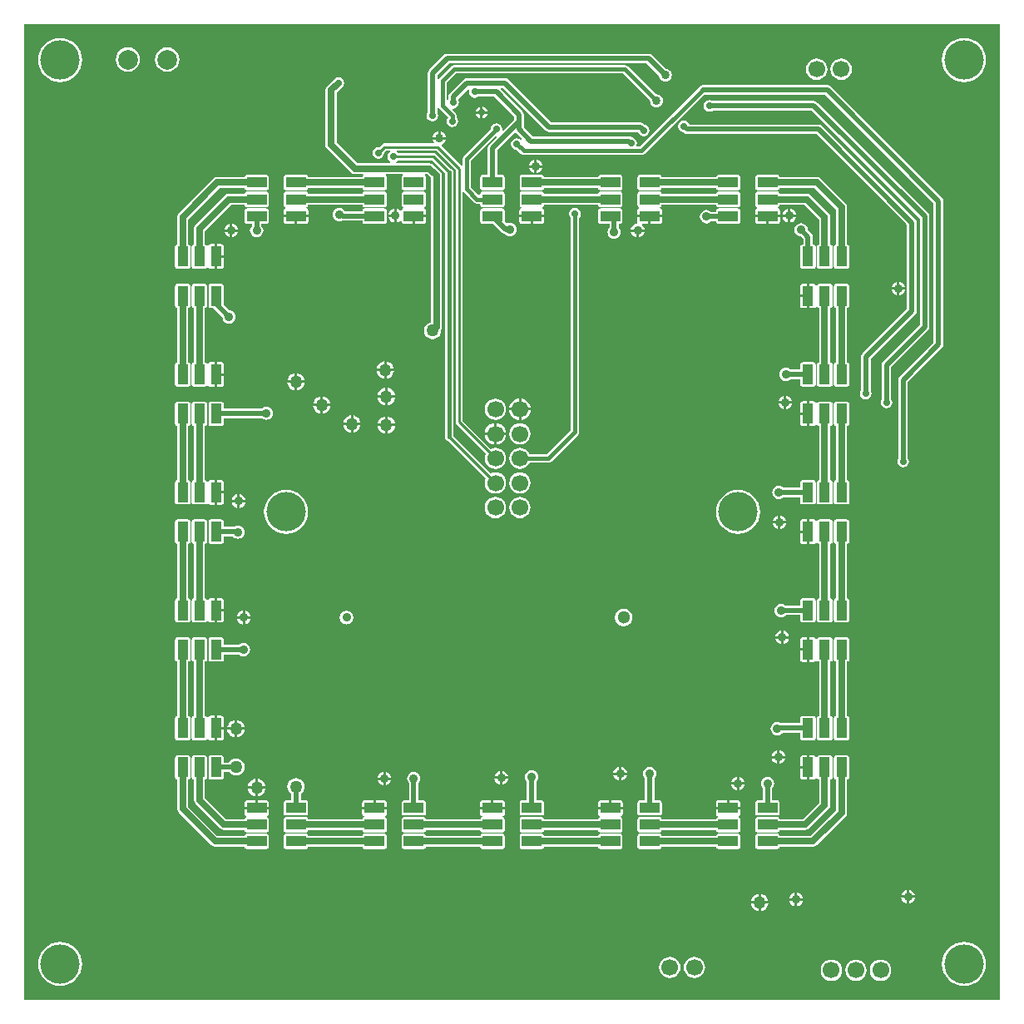
<source format=gtl>
G04 Layer_Physical_Order=1*
G04 Layer_Color=255*
%FSLAX44Y44*%
%MOMM*%
G71*
G01*
G75*
%ADD10R,2.0000X1.1000*%
%ADD11R,1.1000X2.0000*%
%ADD12C,0.5080*%
%ADD13C,0.3810*%
%ADD14C,0.6350*%
%ADD15C,0.2540*%
%ADD16C,4.0000*%
%ADD17C,1.3000*%
%ADD18C,0.9000*%
%ADD19C,2.0000*%
%ADD20C,1.7000*%
%ADD21C,1.2700*%
%ADD22C,0.7112*%
%ADD23C,0.8890*%
%ADD24C,0.8636*%
G36*
X1735374Y429126D02*
X742626D01*
Y1421874D01*
X1735374D01*
Y429126D01*
D02*
G37*
%LPC*%
G36*
X966799Y703730D02*
X959270D01*
Y696200D01*
X960321Y696339D01*
X962483Y697235D01*
X964340Y698660D01*
X965765Y700517D01*
X966661Y702679D01*
X966799Y703730D01*
D02*
G37*
G36*
X956730Y713800D02*
X955679Y713661D01*
X953517Y712765D01*
X951660Y711340D01*
X950235Y709483D01*
X949339Y707321D01*
X949201Y706270D01*
X956730D01*
Y713800D01*
D02*
G37*
G36*
X959270D02*
Y706270D01*
X966799D01*
X966661Y707321D01*
X965765Y709483D01*
X964340Y711340D01*
X962483Y712765D01*
X960321Y713661D01*
X959270Y713800D01*
D02*
G37*
G36*
X956730Y703730D02*
X949201D01*
X949339Y702679D01*
X950235Y700517D01*
X951660Y698660D01*
X953517Y697235D01*
X955679Y696339D01*
X956730Y696200D01*
Y703730D01*
D02*
G37*
G36*
X909250Y797831D02*
X898250D01*
X897358Y797653D01*
X896602Y797148D01*
X896097Y796392D01*
X895919Y795500D01*
Y775500D01*
X896097Y774608D01*
X896602Y773852D01*
X897358Y773347D01*
X898182Y773183D01*
Y717817D01*
X897358Y717653D01*
X896602Y717148D01*
X896097Y716392D01*
X895919Y715500D01*
Y695500D01*
X896097Y694608D01*
X896602Y693852D01*
X897358Y693347D01*
X898250Y693169D01*
X909250D01*
X910142Y693347D01*
X910898Y693852D01*
X911403Y694608D01*
X911581Y695500D01*
Y715500D01*
X911403Y716392D01*
X910898Y717148D01*
X910142Y717653D01*
X909318Y717817D01*
Y773183D01*
X910142Y773347D01*
X910898Y773852D01*
X911403Y774608D01*
X911581Y775500D01*
Y795500D01*
X911403Y796392D01*
X910898Y797148D01*
X910142Y797653D01*
X909250Y797831D01*
D02*
G37*
G36*
X1545750Y798090D02*
X1541520D01*
Y785500D01*
Y772910D01*
X1545750D01*
X1546741Y773107D01*
X1547581Y773669D01*
X1548143Y774509D01*
X1548232Y774958D01*
X1549527D01*
X1549597Y774608D01*
X1550102Y773852D01*
X1550858Y773347D01*
X1551682Y773183D01*
Y717817D01*
X1550858Y717653D01*
X1550102Y717148D01*
X1549597Y716392D01*
X1549419Y715500D01*
Y695500D01*
X1549597Y694608D01*
X1550102Y693852D01*
X1550858Y693347D01*
X1551750Y693169D01*
X1562750D01*
X1563642Y693347D01*
X1564398Y693852D01*
X1564903Y694608D01*
X1565081Y695500D01*
Y715500D01*
X1564903Y716392D01*
X1564398Y717148D01*
X1563642Y717653D01*
X1562818Y717817D01*
Y773183D01*
X1563642Y773347D01*
X1564398Y773852D01*
X1564903Y774608D01*
X1565081Y775500D01*
Y795500D01*
X1564903Y796392D01*
X1564398Y797148D01*
X1563642Y797653D01*
X1562750Y797831D01*
X1551750D01*
X1550858Y797653D01*
X1550102Y797148D01*
X1549597Y796392D01*
X1549527Y796041D01*
X1548232D01*
X1548143Y796491D01*
X1547581Y797331D01*
X1546741Y797893D01*
X1545750Y798090D01*
D02*
G37*
G36*
X1579750Y797831D02*
X1568750D01*
X1567858Y797653D01*
X1567102Y797148D01*
X1566597Y796392D01*
X1566419Y795500D01*
Y775500D01*
X1566597Y774608D01*
X1567102Y773852D01*
X1567858Y773347D01*
X1568682Y773183D01*
Y717817D01*
X1567858Y717653D01*
X1567102Y717148D01*
X1566597Y716392D01*
X1566419Y715500D01*
Y695500D01*
X1566597Y694608D01*
X1567102Y693852D01*
X1567858Y693347D01*
X1568750Y693169D01*
X1579750D01*
X1580642Y693347D01*
X1581398Y693852D01*
X1581903Y694608D01*
X1582081Y695500D01*
Y715500D01*
X1581903Y716392D01*
X1581398Y717148D01*
X1580642Y717653D01*
X1579818Y717817D01*
Y773183D01*
X1580642Y773347D01*
X1581398Y773852D01*
X1581903Y774608D01*
X1582081Y775500D01*
Y795500D01*
X1581903Y796392D01*
X1581398Y797148D01*
X1580642Y797653D01*
X1579750Y797831D01*
D02*
G37*
G36*
X943250Y718090D02*
X939020D01*
Y706770D01*
X945840D01*
Y715500D01*
X945643Y716491D01*
X945081Y717331D01*
X944241Y717893D01*
X943250Y718090D01*
D02*
G37*
G36*
X1512730Y796730D02*
X1507122D01*
X1507195Y796177D01*
X1507899Y794477D01*
X1509018Y793018D01*
X1510477Y791899D01*
X1512177Y791195D01*
X1512730Y791122D01*
Y796730D01*
D02*
G37*
G36*
X1520878D02*
X1515270D01*
Y791122D01*
X1515823Y791195D01*
X1517523Y791899D01*
X1518982Y793018D01*
X1520101Y794477D01*
X1520805Y796177D01*
X1520878Y796730D01*
D02*
G37*
G36*
X1512730Y804878D02*
X1512177Y804805D01*
X1510477Y804101D01*
X1509018Y802982D01*
X1507899Y801523D01*
X1507195Y799823D01*
X1507122Y799270D01*
X1512730D01*
Y804878D01*
D02*
G37*
G36*
X1538980Y798090D02*
X1534750D01*
X1533759Y797893D01*
X1532919Y797331D01*
X1532357Y796491D01*
X1532160Y795500D01*
Y786770D01*
X1538980D01*
Y798090D01*
D02*
G37*
G36*
X1545750Y717831D02*
X1534750D01*
X1533858Y717653D01*
X1533102Y717148D01*
X1532597Y716392D01*
X1532419Y715500D01*
Y710421D01*
X1512993D01*
X1512395Y710880D01*
X1510757Y711558D01*
X1509000Y711789D01*
X1507243Y711558D01*
X1505605Y710880D01*
X1504199Y709801D01*
X1503121Y708395D01*
X1502442Y706757D01*
X1502211Y705000D01*
X1502442Y703243D01*
X1503121Y701606D01*
X1504199Y700199D01*
X1505605Y699120D01*
X1507243Y698442D01*
X1509000Y698211D01*
X1510757Y698442D01*
X1512395Y699120D01*
X1513801Y700199D01*
X1514092Y700580D01*
X1532419D01*
Y695500D01*
X1532597Y694608D01*
X1533102Y693852D01*
X1533858Y693347D01*
X1534750Y693169D01*
X1545750D01*
X1546642Y693347D01*
X1547398Y693852D01*
X1547903Y694608D01*
X1548081Y695500D01*
Y715500D01*
X1547903Y716392D01*
X1547398Y717148D01*
X1546642Y717653D01*
X1545750Y717831D01*
D02*
G37*
G36*
X1538980Y784230D02*
X1532160D01*
Y775500D01*
X1532357Y774509D01*
X1532919Y773669D01*
X1533759Y773107D01*
X1534750Y772910D01*
X1538980D01*
Y784230D01*
D02*
G37*
G36*
X943250Y797831D02*
X932250D01*
X931358Y797653D01*
X930602Y797148D01*
X930097Y796392D01*
X929919Y795500D01*
Y775500D01*
X930097Y774608D01*
X930602Y773852D01*
X931358Y773347D01*
X932250Y773169D01*
X943250D01*
X944142Y773347D01*
X944898Y773852D01*
X945403Y774608D01*
X945581Y775500D01*
Y780579D01*
X960856D01*
X962105Y779621D01*
X963743Y778942D01*
X965500Y778711D01*
X967257Y778942D01*
X968895Y779621D01*
X970301Y780699D01*
X971379Y782105D01*
X972058Y783743D01*
X972289Y785500D01*
X972058Y787257D01*
X971379Y788895D01*
X970301Y790301D01*
X968895Y791379D01*
X967257Y792058D01*
X965500Y792289D01*
X963743Y792058D01*
X962105Y791379D01*
X960856Y790421D01*
X945581D01*
Y795500D01*
X945403Y796392D01*
X944898Y797148D01*
X944142Y797653D01*
X943250Y797831D01*
D02*
G37*
G36*
X1229270Y661878D02*
Y656270D01*
X1234878D01*
X1234805Y656824D01*
X1234101Y658523D01*
X1232982Y659982D01*
X1231523Y661101D01*
X1229823Y661805D01*
X1229270Y661878D01*
D02*
G37*
G36*
X943250Y677831D02*
X932250D01*
X931358Y677653D01*
X930602Y677148D01*
X930097Y676392D01*
X929919Y675500D01*
Y655500D01*
X930097Y654608D01*
X930602Y653852D01*
X931358Y653347D01*
X932250Y653169D01*
X943250D01*
X944142Y653347D01*
X944898Y653852D01*
X945403Y654608D01*
X945581Y655500D01*
Y660580D01*
X951274D01*
X951841Y659841D01*
X953645Y658456D01*
X955745Y657586D01*
X958000Y657290D01*
X960254Y657586D01*
X962355Y658456D01*
X964159Y659841D01*
X965544Y661645D01*
X966414Y663745D01*
X966711Y666000D01*
X966414Y668254D01*
X965544Y670355D01*
X964159Y672159D01*
X962355Y673543D01*
X960254Y674414D01*
X958000Y674710D01*
X955745Y674414D01*
X953645Y673543D01*
X951841Y672159D01*
X950507Y670421D01*
X945581D01*
Y675500D01*
X945403Y676392D01*
X944898Y677148D01*
X944142Y677653D01*
X943250Y677831D01*
D02*
G37*
G36*
X1347730Y665878D02*
X1347177Y665805D01*
X1345477Y665101D01*
X1344018Y663982D01*
X1342899Y662523D01*
X1342195Y660823D01*
X1342122Y660270D01*
X1347730D01*
Y665878D01*
D02*
G37*
G36*
X1226730Y661878D02*
X1226177Y661805D01*
X1224477Y661101D01*
X1223018Y659982D01*
X1221899Y658523D01*
X1221195Y656824D01*
X1221122Y656270D01*
X1226730D01*
Y661878D01*
D02*
G37*
G36*
X1538980Y664230D02*
X1532160D01*
Y655500D01*
X1532357Y654509D01*
X1532919Y653669D01*
X1533759Y653107D01*
X1534750Y652910D01*
X1538980D01*
Y664230D01*
D02*
G37*
G36*
X1107730Y660878D02*
X1107177Y660805D01*
X1105477Y660101D01*
X1104018Y658982D01*
X1102899Y657523D01*
X1102195Y655823D01*
X1102122Y655270D01*
X1107730D01*
Y660878D01*
D02*
G37*
G36*
X1110270D02*
Y655270D01*
X1115878D01*
X1115805Y655823D01*
X1115101Y657523D01*
X1113982Y658982D01*
X1112523Y660101D01*
X1110823Y660805D01*
X1110270Y660878D01*
D02*
G37*
G36*
X1350270Y665878D02*
Y660270D01*
X1355878D01*
X1355805Y660823D01*
X1355101Y662523D01*
X1353982Y663982D01*
X1352523Y665101D01*
X1350823Y665805D01*
X1350270Y665878D01*
D02*
G37*
G36*
X1511270Y682878D02*
Y677270D01*
X1516878D01*
X1516805Y677823D01*
X1516101Y679523D01*
X1514982Y680982D01*
X1513523Y682101D01*
X1511823Y682805D01*
X1511270Y682878D01*
D02*
G37*
G36*
X926250Y797831D02*
X915250D01*
X914358Y797653D01*
X913602Y797148D01*
X913097Y796392D01*
X912919Y795500D01*
Y775500D01*
X913097Y774608D01*
X913602Y773852D01*
X914358Y773347D01*
X915182Y773183D01*
Y717817D01*
X914358Y717653D01*
X913602Y717148D01*
X913097Y716392D01*
X912919Y715500D01*
Y695500D01*
X913097Y694608D01*
X913602Y693852D01*
X914358Y693347D01*
X915250Y693169D01*
X926250D01*
X927142Y693347D01*
X927898Y693852D01*
X928403Y694608D01*
X928473Y694958D01*
X929768D01*
X929857Y694509D01*
X930419Y693669D01*
X931259Y693107D01*
X932250Y692910D01*
X936480D01*
Y705500D01*
Y718090D01*
X932250D01*
X931259Y717893D01*
X930419Y717331D01*
X929857Y716491D01*
X929768Y716041D01*
X928473D01*
X928403Y716392D01*
X927898Y717148D01*
X927142Y717653D01*
X926318Y717817D01*
Y773183D01*
X927142Y773347D01*
X927898Y773852D01*
X928403Y774608D01*
X928581Y775500D01*
Y795500D01*
X928403Y796392D01*
X927898Y797148D01*
X927142Y797653D01*
X926250Y797831D01*
D02*
G37*
G36*
X945840Y704230D02*
X939020D01*
Y692910D01*
X943250D01*
X944241Y693107D01*
X945081Y693669D01*
X945643Y694509D01*
X945840Y695500D01*
Y704230D01*
D02*
G37*
G36*
X1508730Y682878D02*
X1508177Y682805D01*
X1506477Y682101D01*
X1505018Y680982D01*
X1503899Y679523D01*
X1503195Y677823D01*
X1503122Y677270D01*
X1508730D01*
Y682878D01*
D02*
G37*
G36*
X1538980Y678090D02*
X1534750D01*
X1533759Y677893D01*
X1532919Y677331D01*
X1532357Y676491D01*
X1532160Y675500D01*
Y666770D01*
X1538980D01*
Y678090D01*
D02*
G37*
G36*
X1508730Y674730D02*
X1503122D01*
X1503195Y674177D01*
X1503899Y672477D01*
X1505018Y671018D01*
X1506477Y669899D01*
X1508177Y669195D01*
X1508730Y669122D01*
Y674730D01*
D02*
G37*
G36*
X1516878D02*
X1511270D01*
Y669122D01*
X1511823Y669195D01*
X1513523Y669899D01*
X1514982Y671018D01*
X1516101Y672477D01*
X1516805Y674177D01*
X1516878Y674730D01*
D02*
G37*
G36*
X1509730Y913730D02*
X1504122D01*
X1504195Y913177D01*
X1504899Y911477D01*
X1506018Y910018D01*
X1507477Y908899D01*
X1509177Y908195D01*
X1509730Y908122D01*
Y913730D01*
D02*
G37*
G36*
X1517878D02*
X1512270D01*
Y908122D01*
X1512823Y908195D01*
X1514523Y908899D01*
X1515982Y910018D01*
X1517101Y911477D01*
X1517805Y913177D01*
X1517878Y913730D01*
D02*
G37*
G36*
X1509730Y921878D02*
X1509177Y921805D01*
X1507477Y921101D01*
X1506018Y919982D01*
X1504899Y918523D01*
X1504195Y916823D01*
X1504122Y916270D01*
X1509730D01*
Y921878D01*
D02*
G37*
G36*
X1538980Y918090D02*
X1534750D01*
X1533759Y917893D01*
X1532919Y917331D01*
X1532357Y916491D01*
X1532160Y915500D01*
Y906770D01*
X1538980D01*
Y918090D01*
D02*
G37*
G36*
X943250Y917831D02*
X932250D01*
X931358Y917653D01*
X930602Y917148D01*
X930097Y916392D01*
X929919Y915500D01*
Y895500D01*
X930097Y894608D01*
X930602Y893852D01*
X931358Y893347D01*
X932250Y893169D01*
X943250D01*
X944142Y893347D01*
X944898Y893852D01*
X945403Y894608D01*
X945581Y895500D01*
Y900580D01*
X954908D01*
X955199Y900199D01*
X956606Y899120D01*
X958243Y898442D01*
X960000Y898211D01*
X961757Y898442D01*
X963395Y899120D01*
X964801Y900199D01*
X965880Y901606D01*
X966558Y903243D01*
X966789Y905000D01*
X966558Y906757D01*
X965880Y908394D01*
X964801Y909801D01*
X963395Y910880D01*
X961757Y911558D01*
X960000Y911789D01*
X958243Y911558D01*
X956606Y910880D01*
X956007Y910421D01*
X945581D01*
Y915500D01*
X945403Y916392D01*
X944898Y917148D01*
X944142Y917653D01*
X943250Y917831D01*
D02*
G37*
G36*
X1009000Y947894D02*
X1004631Y947464D01*
X1000430Y946189D01*
X996559Y944120D01*
X993165Y941335D01*
X990380Y937941D01*
X988311Y934070D01*
X987037Y929869D01*
X986606Y925500D01*
X987037Y921131D01*
X988311Y916930D01*
X990380Y913059D01*
X993165Y909665D01*
X996559Y906880D01*
X1000430Y904811D01*
X1004631Y903537D01*
X1009000Y903106D01*
X1013369Y903537D01*
X1017570Y904811D01*
X1021441Y906880D01*
X1024835Y909665D01*
X1027620Y913059D01*
X1029689Y916930D01*
X1030964Y921131D01*
X1031394Y925500D01*
X1030964Y929869D01*
X1029689Y934070D01*
X1027620Y937941D01*
X1024835Y941335D01*
X1021441Y944120D01*
X1017570Y946189D01*
X1013369Y947464D01*
X1009000Y947894D01*
D02*
G37*
G36*
X1469000D02*
X1464631Y947464D01*
X1460430Y946189D01*
X1456559Y944120D01*
X1453165Y941335D01*
X1450380Y937941D01*
X1448311Y934070D01*
X1447036Y929869D01*
X1446606Y925500D01*
X1447036Y921131D01*
X1448311Y916930D01*
X1450380Y913059D01*
X1453165Y909665D01*
X1456559Y906880D01*
X1460430Y904811D01*
X1464631Y903537D01*
X1469000Y903106D01*
X1473369Y903537D01*
X1477570Y904811D01*
X1481441Y906880D01*
X1484835Y909665D01*
X1487620Y913059D01*
X1489689Y916930D01*
X1490963Y921131D01*
X1491394Y925500D01*
X1490963Y929869D01*
X1489689Y934070D01*
X1487620Y937941D01*
X1484835Y941335D01*
X1481441Y944120D01*
X1477570Y946189D01*
X1473369Y947464D01*
X1469000Y947894D01*
D02*
G37*
G36*
X1512270Y921878D02*
Y916270D01*
X1517878D01*
X1517805Y916823D01*
X1517101Y918523D01*
X1515982Y919982D01*
X1514523Y921101D01*
X1512823Y921805D01*
X1512270Y921878D01*
D02*
G37*
G36*
X926250Y1037831D02*
X915250D01*
X914358Y1037653D01*
X913602Y1037148D01*
X913097Y1036392D01*
X912919Y1035500D01*
Y1015500D01*
X913097Y1014608D01*
X913602Y1013852D01*
X914358Y1013347D01*
X915182Y1013183D01*
Y957817D01*
X914358Y957653D01*
X913602Y957148D01*
X913097Y956392D01*
X912919Y955500D01*
Y935500D01*
X913097Y934608D01*
X913602Y933852D01*
X914358Y933347D01*
X915250Y933169D01*
X926250D01*
X927142Y933347D01*
X927898Y933852D01*
X928403Y934608D01*
X928473Y934958D01*
X929768D01*
X929857Y934509D01*
X930419Y933669D01*
X931259Y933107D01*
X932250Y932910D01*
X936480D01*
Y945500D01*
Y958090D01*
X932250D01*
X931259Y957893D01*
X930419Y957331D01*
X929857Y956491D01*
X929768Y956041D01*
X928473D01*
X928403Y956392D01*
X927898Y957148D01*
X927142Y957653D01*
X926318Y957817D01*
Y1013183D01*
X927142Y1013347D01*
X927898Y1013852D01*
X928403Y1014608D01*
X928581Y1015500D01*
Y1035500D01*
X928403Y1036392D01*
X927898Y1037148D01*
X927142Y1037653D01*
X926250Y1037831D01*
D02*
G37*
G36*
X945840Y944230D02*
X939020D01*
Y932910D01*
X943250D01*
X944241Y933107D01*
X945081Y933669D01*
X945643Y934509D01*
X945840Y935500D01*
Y944230D01*
D02*
G37*
G36*
X909250Y1037831D02*
X898250D01*
X897358Y1037653D01*
X896602Y1037148D01*
X896097Y1036392D01*
X895919Y1035500D01*
Y1015500D01*
X896097Y1014608D01*
X896602Y1013852D01*
X897358Y1013347D01*
X898182Y1013183D01*
Y957817D01*
X897358Y957653D01*
X896602Y957148D01*
X896097Y956392D01*
X895919Y955500D01*
Y935500D01*
X896097Y934608D01*
X896602Y933852D01*
X897358Y933347D01*
X898250Y933169D01*
X909250D01*
X910142Y933347D01*
X910898Y933852D01*
X911403Y934608D01*
X911581Y935500D01*
Y955500D01*
X911403Y956392D01*
X910898Y957148D01*
X910142Y957653D01*
X909318Y957817D01*
Y1013183D01*
X910142Y1013347D01*
X910898Y1013852D01*
X911403Y1014608D01*
X911581Y1015500D01*
Y1035500D01*
X911403Y1036392D01*
X910898Y1037148D01*
X910142Y1037653D01*
X909250Y1037831D01*
D02*
G37*
G36*
X967378Y935230D02*
X961770D01*
Y929622D01*
X962323Y929695D01*
X964023Y930399D01*
X965482Y931518D01*
X966601Y932977D01*
X967305Y934677D01*
X967378Y935230D01*
D02*
G37*
G36*
X1222000Y940879D02*
X1219184Y940508D01*
X1216561Y939421D01*
X1214307Y937693D01*
X1212579Y935440D01*
X1211492Y932816D01*
X1211121Y930000D01*
X1211492Y927184D01*
X1212579Y924560D01*
X1214307Y922307D01*
X1216561Y920579D01*
X1219184Y919492D01*
X1222000Y919121D01*
X1224816Y919492D01*
X1227439Y920579D01*
X1229693Y922307D01*
X1231422Y924560D01*
X1232508Y927184D01*
X1232879Y930000D01*
X1232508Y932816D01*
X1231422Y935440D01*
X1229693Y937693D01*
X1227439Y939421D01*
X1224816Y940508D01*
X1222000Y940879D01*
D02*
G37*
G36*
X1247000D02*
X1244184Y940508D01*
X1241561Y939421D01*
X1239307Y937693D01*
X1237579Y935440D01*
X1236492Y932816D01*
X1236121Y930000D01*
X1236492Y927184D01*
X1237579Y924560D01*
X1239307Y922307D01*
X1241561Y920579D01*
X1244184Y919492D01*
X1247000Y919121D01*
X1249816Y919492D01*
X1252439Y920579D01*
X1254693Y922307D01*
X1256422Y924560D01*
X1257508Y927184D01*
X1257879Y930000D01*
X1257508Y932816D01*
X1256422Y935440D01*
X1254693Y937693D01*
X1252439Y939421D01*
X1249816Y940508D01*
X1247000Y940879D01*
D02*
G37*
G36*
X959230Y935230D02*
X953622D01*
X953695Y934677D01*
X954399Y932977D01*
X955518Y931518D01*
X956977Y930399D01*
X958677Y929695D01*
X959230Y929622D01*
Y935230D01*
D02*
G37*
G36*
X926250Y917831D02*
X915250D01*
X914358Y917653D01*
X913602Y917148D01*
X913097Y916392D01*
X912919Y915500D01*
Y895500D01*
X913097Y894608D01*
X913602Y893852D01*
X914358Y893347D01*
X915182Y893183D01*
Y837817D01*
X914358Y837653D01*
X913602Y837148D01*
X913097Y836392D01*
X912919Y835500D01*
Y815500D01*
X913097Y814608D01*
X913602Y813852D01*
X914358Y813347D01*
X915250Y813169D01*
X926250D01*
X927142Y813347D01*
X927898Y813852D01*
X928403Y814608D01*
X928473Y814958D01*
X929768D01*
X929857Y814509D01*
X930419Y813669D01*
X931259Y813107D01*
X932250Y812910D01*
X936480D01*
Y825500D01*
Y838090D01*
X932250D01*
X931259Y837893D01*
X930419Y837331D01*
X929857Y836491D01*
X929768Y836041D01*
X928473D01*
X928403Y836392D01*
X927898Y837148D01*
X927142Y837653D01*
X926318Y837817D01*
Y893183D01*
X927142Y893347D01*
X927898Y893852D01*
X928403Y894608D01*
X928581Y895500D01*
Y915500D01*
X928403Y916392D01*
X927898Y917148D01*
X927142Y917653D01*
X926250Y917831D01*
D02*
G37*
G36*
X945840Y824230D02*
X939020D01*
Y812910D01*
X943250D01*
X944241Y813107D01*
X945081Y813669D01*
X945643Y814509D01*
X945840Y815500D01*
Y824230D01*
D02*
G37*
G36*
X909250Y917831D02*
X898250D01*
X897358Y917653D01*
X896602Y917148D01*
X896097Y916392D01*
X895919Y915500D01*
Y895500D01*
X896097Y894608D01*
X896602Y893852D01*
X897358Y893347D01*
X898182Y893183D01*
Y837817D01*
X897358Y837653D01*
X896602Y837148D01*
X896097Y836392D01*
X895919Y835500D01*
Y815500D01*
X896097Y814608D01*
X896602Y813852D01*
X897358Y813347D01*
X898250Y813169D01*
X909250D01*
X910142Y813347D01*
X910898Y813852D01*
X911403Y814608D01*
X911581Y815500D01*
Y835500D01*
X911403Y836392D01*
X910898Y837148D01*
X910142Y837653D01*
X909318Y837817D01*
Y893183D01*
X910142Y893347D01*
X910898Y893852D01*
X911403Y894608D01*
X911581Y895500D01*
Y915500D01*
X911403Y916392D01*
X910898Y917148D01*
X910142Y917653D01*
X909250Y917831D01*
D02*
G37*
G36*
X972878Y816730D02*
X967270D01*
Y811122D01*
X967823Y811195D01*
X969523Y811899D01*
X970982Y813018D01*
X972101Y814477D01*
X972805Y816177D01*
X972878Y816730D01*
D02*
G37*
G36*
X1515270Y804878D02*
Y799270D01*
X1520878D01*
X1520805Y799823D01*
X1520101Y801523D01*
X1518982Y802982D01*
X1517523Y804101D01*
X1515823Y804805D01*
X1515270Y804878D01*
D02*
G37*
G36*
X1070500Y824919D02*
X1070275Y824874D01*
X1070045D01*
X1068289Y824525D01*
X1067449Y824177D01*
X1065961Y823182D01*
X1065961Y823182D01*
X1065318Y822539D01*
X1064323Y821051D01*
X1063975Y820210D01*
X1063626Y818455D01*
Y817545D01*
X1063975Y815789D01*
X1064323Y814949D01*
X1065318Y813461D01*
X1065318Y813461D01*
X1065961Y812818D01*
X1067449Y811823D01*
X1068289Y811475D01*
X1070045Y811126D01*
X1070275D01*
X1070500Y811081D01*
X1070725Y811126D01*
X1070955D01*
X1072710Y811475D01*
X1073551Y811823D01*
X1075039Y812818D01*
X1075039Y812818D01*
X1075682Y813461D01*
X1076677Y814949D01*
X1077025Y815789D01*
X1077374Y817545D01*
Y818455D01*
X1077025Y820210D01*
X1076677Y821051D01*
X1075682Y822539D01*
X1075682Y822539D01*
X1075039Y823182D01*
X1073551Y824177D01*
X1072710Y824525D01*
X1070955Y824874D01*
X1070725D01*
X1070500Y824919D01*
D02*
G37*
G36*
X964730Y816730D02*
X959122D01*
X959195Y816177D01*
X959899Y814477D01*
X961018Y813018D01*
X962477Y811899D01*
X964177Y811195D01*
X964730Y811122D01*
Y816730D01*
D02*
G37*
G36*
X1545750Y918090D02*
X1541520D01*
Y905500D01*
Y892910D01*
X1545750D01*
X1546741Y893107D01*
X1547581Y893669D01*
X1548143Y894509D01*
X1548232Y894958D01*
X1549527D01*
X1549597Y894608D01*
X1550102Y893852D01*
X1550858Y893347D01*
X1551682Y893183D01*
Y837817D01*
X1550858Y837653D01*
X1550102Y837148D01*
X1549597Y836392D01*
X1549419Y835500D01*
Y815500D01*
X1549597Y814608D01*
X1550102Y813852D01*
X1550858Y813347D01*
X1551750Y813169D01*
X1562750D01*
X1563642Y813347D01*
X1564398Y813852D01*
X1564903Y814608D01*
X1565081Y815500D01*
Y835500D01*
X1564903Y836392D01*
X1564398Y837148D01*
X1563642Y837653D01*
X1562818Y837817D01*
Y893183D01*
X1563642Y893347D01*
X1564398Y893852D01*
X1564903Y894608D01*
X1565081Y895500D01*
Y915500D01*
X1564903Y916392D01*
X1564398Y917148D01*
X1563642Y917653D01*
X1562750Y917831D01*
X1551750D01*
X1550858Y917653D01*
X1550102Y917148D01*
X1549597Y916392D01*
X1549527Y916041D01*
X1548232D01*
X1548143Y916491D01*
X1547581Y917331D01*
X1546741Y917893D01*
X1545750Y918090D01*
D02*
G37*
G36*
X1352500Y826887D02*
X1352349Y826857D01*
X1352196Y826867D01*
X1350499Y826644D01*
X1350282Y826570D01*
X1350206Y826560D01*
X1350136Y826531D01*
X1349911Y826486D01*
X1348330Y825831D01*
X1348139Y825704D01*
X1348069Y825675D01*
X1348009Y825628D01*
X1347803Y825527D01*
X1346445Y824485D01*
X1346294Y824312D01*
X1346234Y824266D01*
X1346188Y824206D01*
X1346015Y824055D01*
X1344973Y822697D01*
X1344872Y822491D01*
X1344825Y822431D01*
X1344796Y822361D01*
X1344669Y822170D01*
X1344014Y820589D01*
X1343969Y820364D01*
X1343940Y820294D01*
X1343930Y820218D01*
X1343857Y820001D01*
X1343633Y818304D01*
X1343648Y818075D01*
X1343638Y818000D01*
X1343648Y817925D01*
X1343633Y817696D01*
X1343857Y815999D01*
X1343930Y815782D01*
X1343940Y815706D01*
X1343969Y815636D01*
X1344014Y815411D01*
X1344669Y813830D01*
X1344796Y813639D01*
X1344825Y813569D01*
X1344872Y813509D01*
X1344973Y813303D01*
X1346015Y811945D01*
X1346188Y811794D01*
X1346234Y811734D01*
X1346294Y811688D01*
X1346445Y811515D01*
X1347803Y810473D01*
X1348009Y810372D01*
X1348069Y810325D01*
X1348139Y810296D01*
X1348330Y810169D01*
X1349911Y809514D01*
X1350136Y809469D01*
X1350206Y809440D01*
X1350282Y809430D01*
X1350499Y809357D01*
X1352196Y809133D01*
X1352349Y809143D01*
X1352500Y809113D01*
X1352651Y809143D01*
X1352804Y809133D01*
X1354501Y809357D01*
X1354718Y809430D01*
X1354794Y809440D01*
X1354864Y809469D01*
X1355089Y809514D01*
X1356670Y810169D01*
X1356861Y810296D01*
X1356931Y810325D01*
X1356991Y810372D01*
X1357197Y810473D01*
X1358555Y811515D01*
X1358706Y811688D01*
X1358766Y811734D01*
X1358812Y811794D01*
X1358985Y811945D01*
X1360027Y813303D01*
X1360128Y813509D01*
X1360175Y813569D01*
X1360204Y813639D01*
X1360331Y813830D01*
X1360986Y815411D01*
X1361031Y815636D01*
X1361060Y815706D01*
X1361070Y815782D01*
X1361143Y815999D01*
X1361367Y817696D01*
X1361352Y817925D01*
X1361362Y818000D01*
X1361352Y818075D01*
X1361367Y818304D01*
X1361143Y820001D01*
X1361070Y820218D01*
X1361060Y820294D01*
X1361031Y820364D01*
X1360986Y820589D01*
X1360331Y822170D01*
X1360204Y822361D01*
X1360175Y822431D01*
X1360128Y822491D01*
X1360027Y822697D01*
X1358985Y824055D01*
X1358812Y824206D01*
X1358766Y824266D01*
X1358706Y824312D01*
X1358555Y824485D01*
X1357197Y825527D01*
X1356991Y825628D01*
X1356931Y825675D01*
X1356861Y825704D01*
X1356670Y825831D01*
X1355089Y826486D01*
X1354864Y826531D01*
X1354794Y826560D01*
X1354718Y826570D01*
X1354501Y826644D01*
X1352804Y826867D01*
X1352651Y826857D01*
X1352500Y826887D01*
D02*
G37*
G36*
X1545750Y837831D02*
X1534750D01*
X1533858Y837653D01*
X1533102Y837148D01*
X1532597Y836392D01*
X1532419Y835500D01*
Y830421D01*
X1516993D01*
X1516395Y830880D01*
X1514757Y831558D01*
X1513000Y831789D01*
X1511243Y831558D01*
X1509606Y830880D01*
X1508199Y829801D01*
X1507121Y828394D01*
X1506442Y826757D01*
X1506211Y825000D01*
X1506442Y823243D01*
X1507121Y821606D01*
X1508199Y820199D01*
X1509606Y819120D01*
X1511243Y818442D01*
X1513000Y818211D01*
X1514757Y818442D01*
X1516395Y819120D01*
X1517801Y820199D01*
X1518092Y820580D01*
X1532419D01*
Y815500D01*
X1532597Y814608D01*
X1533102Y813852D01*
X1533858Y813347D01*
X1534750Y813169D01*
X1545750D01*
X1546642Y813347D01*
X1547398Y813852D01*
X1547903Y814608D01*
X1548081Y815500D01*
Y835500D01*
X1547903Y836392D01*
X1547398Y837148D01*
X1546642Y837653D01*
X1545750Y837831D01*
D02*
G37*
G36*
X1538980Y904230D02*
X1532160D01*
Y895500D01*
X1532357Y894509D01*
X1532919Y893669D01*
X1533759Y893107D01*
X1534750Y892910D01*
X1538980D01*
Y904230D01*
D02*
G37*
G36*
X943250Y838090D02*
X939020D01*
Y826770D01*
X945840D01*
Y835500D01*
X945643Y836491D01*
X945081Y837331D01*
X944241Y837893D01*
X943250Y838090D01*
D02*
G37*
G36*
X1579750Y917831D02*
X1568750D01*
X1567858Y917653D01*
X1567102Y917148D01*
X1566597Y916392D01*
X1566419Y915500D01*
Y895500D01*
X1566597Y894608D01*
X1567102Y893852D01*
X1567858Y893347D01*
X1568682Y893183D01*
Y837817D01*
X1567858Y837653D01*
X1567102Y837148D01*
X1566597Y836392D01*
X1566419Y835500D01*
Y815500D01*
X1566597Y814608D01*
X1567102Y813852D01*
X1567858Y813347D01*
X1568750Y813169D01*
X1579750D01*
X1580642Y813347D01*
X1581398Y813852D01*
X1581903Y814608D01*
X1582081Y815500D01*
Y835500D01*
X1581903Y836392D01*
X1581398Y837148D01*
X1580642Y837653D01*
X1579818Y837817D01*
Y893183D01*
X1580642Y893347D01*
X1581398Y893852D01*
X1581903Y894608D01*
X1582081Y895500D01*
Y915500D01*
X1581903Y916392D01*
X1581398Y917148D01*
X1580642Y917653D01*
X1579750Y917831D01*
D02*
G37*
G36*
X964730Y824878D02*
X964177Y824805D01*
X962477Y824101D01*
X961018Y822982D01*
X959899Y821523D01*
X959195Y819823D01*
X959122Y819270D01*
X964730D01*
Y824878D01*
D02*
G37*
G36*
X967270D02*
Y819270D01*
X972878D01*
X972805Y819823D01*
X972101Y821523D01*
X970982Y822982D01*
X969523Y824101D01*
X967823Y824805D01*
X967270Y824878D01*
D02*
G37*
G36*
X909250Y677831D02*
X898250D01*
X897358Y677653D01*
X896602Y677148D01*
X896097Y676392D01*
X895919Y675500D01*
Y655500D01*
X896097Y654608D01*
X896602Y653852D01*
X897358Y653347D01*
X898182Y653183D01*
Y623250D01*
X898606Y621119D01*
X899813Y619313D01*
X932813Y586313D01*
X934619Y585106D01*
X936750Y584682D01*
X966683D01*
X966847Y583858D01*
X967352Y583102D01*
X968108Y582597D01*
X969000Y582419D01*
X989000D01*
X989892Y582597D01*
X990648Y583102D01*
X991153Y583858D01*
X991331Y584750D01*
Y595750D01*
X991153Y596642D01*
X990648Y597398D01*
X989892Y597903D01*
X989000Y598081D01*
X969000D01*
X968108Y597903D01*
X967352Y597398D01*
X966847Y596642D01*
X966683Y595818D01*
X939056D01*
X909318Y625556D01*
Y653183D01*
X910142Y653347D01*
X910898Y653852D01*
X911403Y654608D01*
X911581Y655500D01*
Y675500D01*
X911403Y676392D01*
X910898Y677148D01*
X910142Y677653D01*
X909250Y677831D01*
D02*
G37*
G36*
X1109000Y598081D02*
X1089000D01*
X1088108Y597903D01*
X1087352Y597398D01*
X1086847Y596642D01*
X1086683Y595818D01*
X1031317D01*
X1031153Y596642D01*
X1030648Y597398D01*
X1029892Y597903D01*
X1029000Y598081D01*
X1009000D01*
X1008108Y597903D01*
X1007352Y597398D01*
X1006847Y596642D01*
X1006669Y595750D01*
Y584750D01*
X1006847Y583858D01*
X1007352Y583102D01*
X1008108Y582597D01*
X1009000Y582419D01*
X1029000D01*
X1029892Y582597D01*
X1030648Y583102D01*
X1031153Y583858D01*
X1031317Y584682D01*
X1086683D01*
X1086847Y583858D01*
X1087352Y583102D01*
X1088108Y582597D01*
X1089000Y582419D01*
X1109000D01*
X1109892Y582597D01*
X1110648Y583102D01*
X1111153Y583858D01*
X1111331Y584750D01*
Y595750D01*
X1111153Y596642D01*
X1110648Y597398D01*
X1109892Y597903D01*
X1109000Y598081D01*
D02*
G37*
G36*
X1229000D02*
X1209000D01*
X1208108Y597903D01*
X1207352Y597398D01*
X1206847Y596642D01*
X1206683Y595818D01*
X1151317D01*
X1151153Y596642D01*
X1150648Y597398D01*
X1149892Y597903D01*
X1149000Y598081D01*
X1129000D01*
X1128108Y597903D01*
X1127352Y597398D01*
X1126847Y596642D01*
X1126669Y595750D01*
Y584750D01*
X1126847Y583858D01*
X1127352Y583102D01*
X1128108Y582597D01*
X1129000Y582419D01*
X1149000D01*
X1149892Y582597D01*
X1150648Y583102D01*
X1151153Y583858D01*
X1151317Y584682D01*
X1206683D01*
X1206847Y583858D01*
X1207352Y583102D01*
X1208108Y582597D01*
X1209000Y582419D01*
X1229000D01*
X1229892Y582597D01*
X1230648Y583102D01*
X1231153Y583858D01*
X1231331Y584750D01*
Y595750D01*
X1231153Y596642D01*
X1230648Y597398D01*
X1229892Y597903D01*
X1229000Y598081D01*
D02*
G37*
G36*
X1643270Y540878D02*
Y535270D01*
X1648878D01*
X1648805Y535823D01*
X1648101Y537523D01*
X1646982Y538982D01*
X1645523Y540101D01*
X1643823Y540805D01*
X1643270Y540878D01*
D02*
G37*
G36*
X1526730Y537878D02*
X1526177Y537805D01*
X1524477Y537101D01*
X1523018Y535982D01*
X1521899Y534523D01*
X1521195Y532823D01*
X1521122Y532270D01*
X1526730D01*
Y537878D01*
D02*
G37*
G36*
X1529270D02*
Y532270D01*
X1534878D01*
X1534805Y532823D01*
X1534101Y534523D01*
X1532982Y535982D01*
X1531523Y537101D01*
X1529823Y537805D01*
X1529270Y537878D01*
D02*
G37*
G36*
X1640730Y540878D02*
X1640177Y540805D01*
X1638477Y540101D01*
X1637018Y538982D01*
X1635899Y537523D01*
X1635195Y535823D01*
X1635122Y535270D01*
X1640730D01*
Y540878D01*
D02*
G37*
G36*
X1349000Y598081D02*
X1329000D01*
X1328108Y597903D01*
X1327352Y597398D01*
X1326847Y596642D01*
X1326683Y595818D01*
X1271317D01*
X1271153Y596642D01*
X1270648Y597398D01*
X1269892Y597903D01*
X1269000Y598081D01*
X1249000D01*
X1248108Y597903D01*
X1247352Y597398D01*
X1246847Y596642D01*
X1246669Y595750D01*
Y584750D01*
X1246847Y583858D01*
X1247352Y583102D01*
X1248108Y582597D01*
X1249000Y582419D01*
X1269000D01*
X1269892Y582597D01*
X1270648Y583102D01*
X1271153Y583858D01*
X1271317Y584682D01*
X1326683D01*
X1326847Y583858D01*
X1327352Y583102D01*
X1328108Y582597D01*
X1329000Y582419D01*
X1349000D01*
X1349892Y582597D01*
X1350648Y583102D01*
X1351153Y583858D01*
X1351331Y584750D01*
Y595750D01*
X1351153Y596642D01*
X1350648Y597398D01*
X1349892Y597903D01*
X1349000Y598081D01*
D02*
G37*
G36*
X1231590Y622980D02*
X1219000D01*
X1206410D01*
Y618750D01*
X1206607Y617759D01*
X1207169Y616919D01*
X1208009Y616357D01*
X1208458Y616268D01*
Y614973D01*
X1208108Y614903D01*
X1207352Y614398D01*
X1206847Y613642D01*
X1206683Y612818D01*
X1151317D01*
X1151153Y613642D01*
X1150648Y614398D01*
X1149892Y614903D01*
X1149000Y615081D01*
X1129000D01*
X1128108Y614903D01*
X1127352Y614398D01*
X1126847Y613642D01*
X1126669Y612750D01*
Y601750D01*
X1126847Y600858D01*
X1127352Y600102D01*
X1128108Y599597D01*
X1129000Y599419D01*
X1149000D01*
X1149892Y599597D01*
X1150648Y600102D01*
X1151153Y600858D01*
X1151317Y601682D01*
X1206683D01*
X1206847Y600858D01*
X1207352Y600102D01*
X1208108Y599597D01*
X1209000Y599419D01*
X1229000D01*
X1229892Y599597D01*
X1230648Y600102D01*
X1231153Y600858D01*
X1231331Y601750D01*
Y612750D01*
X1231153Y613642D01*
X1230648Y614398D01*
X1229892Y614903D01*
X1229541Y614973D01*
Y616268D01*
X1229991Y616357D01*
X1230831Y616919D01*
X1231393Y617759D01*
X1231590Y618750D01*
Y622980D01*
D02*
G37*
G36*
X1351590D02*
X1339000D01*
X1326410D01*
Y618750D01*
X1326607Y617759D01*
X1327169Y616919D01*
X1328009Y616357D01*
X1328459Y616268D01*
Y614973D01*
X1328108Y614903D01*
X1327352Y614398D01*
X1326847Y613642D01*
X1326683Y612818D01*
X1271317D01*
X1271153Y613642D01*
X1270648Y614398D01*
X1269892Y614903D01*
X1269000Y615081D01*
X1249000D01*
X1248108Y614903D01*
X1247352Y614398D01*
X1246847Y613642D01*
X1246669Y612750D01*
Y601750D01*
X1246847Y600858D01*
X1247352Y600102D01*
X1248108Y599597D01*
X1249000Y599419D01*
X1269000D01*
X1269892Y599597D01*
X1270648Y600102D01*
X1271153Y600858D01*
X1271317Y601682D01*
X1326683D01*
X1326847Y600858D01*
X1327352Y600102D01*
X1328108Y599597D01*
X1329000Y599419D01*
X1349000D01*
X1349892Y599597D01*
X1350648Y600102D01*
X1351153Y600858D01*
X1351331Y601750D01*
Y612750D01*
X1351153Y613642D01*
X1350648Y614398D01*
X1349892Y614903D01*
X1349541Y614973D01*
Y616268D01*
X1349991Y616357D01*
X1350831Y616919D01*
X1351393Y617759D01*
X1351590Y618750D01*
Y622980D01*
D02*
G37*
G36*
X1471590D02*
X1459000D01*
X1446410D01*
Y618750D01*
X1446607Y617759D01*
X1447169Y616919D01*
X1448009Y616357D01*
X1448459Y616268D01*
Y614973D01*
X1448108Y614903D01*
X1447352Y614398D01*
X1446847Y613642D01*
X1446683Y612818D01*
X1391317D01*
X1391153Y613642D01*
X1390648Y614398D01*
X1389892Y614903D01*
X1389000Y615081D01*
X1369000D01*
X1368108Y614903D01*
X1367352Y614398D01*
X1366847Y613642D01*
X1366669Y612750D01*
Y601750D01*
X1366847Y600858D01*
X1367352Y600102D01*
X1368108Y599597D01*
X1369000Y599419D01*
X1389000D01*
X1389892Y599597D01*
X1390648Y600102D01*
X1391153Y600858D01*
X1391317Y601682D01*
X1446683D01*
X1446847Y600858D01*
X1447352Y600102D01*
X1448108Y599597D01*
X1449000Y599419D01*
X1469000D01*
X1469892Y599597D01*
X1470648Y600102D01*
X1471153Y600858D01*
X1471331Y601750D01*
Y612750D01*
X1471153Y613642D01*
X1470648Y614398D01*
X1469892Y614903D01*
X1469541Y614973D01*
Y616268D01*
X1469991Y616357D01*
X1470831Y616919D01*
X1471393Y617759D01*
X1471590Y618750D01*
Y622980D01*
D02*
G37*
G36*
X1111590D02*
X1099000D01*
X1086410D01*
Y618750D01*
X1086607Y617759D01*
X1087169Y616919D01*
X1088009Y616357D01*
X1088458Y616268D01*
Y614973D01*
X1088108Y614903D01*
X1087352Y614398D01*
X1086847Y613642D01*
X1086683Y612818D01*
X1031317D01*
X1031153Y613642D01*
X1030648Y614398D01*
X1029892Y614903D01*
X1029000Y615081D01*
X1009000D01*
X1008108Y614903D01*
X1007352Y614398D01*
X1006847Y613642D01*
X1006669Y612750D01*
Y601750D01*
X1006847Y600858D01*
X1007352Y600102D01*
X1008108Y599597D01*
X1009000Y599419D01*
X1029000D01*
X1029892Y599597D01*
X1030648Y600102D01*
X1031153Y600858D01*
X1031317Y601682D01*
X1086683D01*
X1086847Y600858D01*
X1087352Y600102D01*
X1088108Y599597D01*
X1089000Y599419D01*
X1109000D01*
X1109892Y599597D01*
X1110648Y600102D01*
X1111153Y600858D01*
X1111331Y601750D01*
Y612750D01*
X1111153Y613642D01*
X1110648Y614398D01*
X1109892Y614903D01*
X1109541Y614973D01*
Y616268D01*
X1109991Y616357D01*
X1110831Y616919D01*
X1111393Y617759D01*
X1111590Y618750D01*
Y622980D01*
D02*
G37*
G36*
X1469000Y598081D02*
X1449000D01*
X1448108Y597903D01*
X1447352Y597398D01*
X1446847Y596642D01*
X1446683Y595818D01*
X1391317D01*
X1391153Y596642D01*
X1390648Y597398D01*
X1389892Y597903D01*
X1389000Y598081D01*
X1369000D01*
X1368108Y597903D01*
X1367352Y597398D01*
X1366847Y596642D01*
X1366669Y595750D01*
Y584750D01*
X1366847Y583858D01*
X1367352Y583102D01*
X1368108Y582597D01*
X1369000Y582419D01*
X1389000D01*
X1389892Y582597D01*
X1390648Y583102D01*
X1391153Y583858D01*
X1391317Y584682D01*
X1446683D01*
X1446847Y583858D01*
X1447352Y583102D01*
X1448108Y582597D01*
X1449000Y582419D01*
X1469000D01*
X1469892Y582597D01*
X1470648Y583102D01*
X1471153Y583858D01*
X1471331Y584750D01*
Y595750D01*
X1471153Y596642D01*
X1470648Y597398D01*
X1469892Y597903D01*
X1469000Y598081D01*
D02*
G37*
G36*
X1579750Y677831D02*
X1568750D01*
X1567858Y677653D01*
X1567102Y677148D01*
X1566597Y676392D01*
X1566419Y675500D01*
Y655500D01*
X1566597Y654608D01*
X1567102Y653852D01*
X1567858Y653347D01*
X1568682Y653183D01*
Y621556D01*
X1542944Y595818D01*
X1511317D01*
X1511153Y596642D01*
X1510648Y597398D01*
X1509892Y597903D01*
X1509000Y598081D01*
X1489000D01*
X1488108Y597903D01*
X1487352Y597398D01*
X1486847Y596642D01*
X1486669Y595750D01*
Y584750D01*
X1486847Y583858D01*
X1487352Y583102D01*
X1488108Y582597D01*
X1489000Y582419D01*
X1509000D01*
X1509892Y582597D01*
X1510648Y583102D01*
X1511153Y583858D01*
X1511317Y584682D01*
X1545250D01*
X1547381Y585106D01*
X1549187Y586313D01*
X1578187Y615313D01*
X1579394Y617119D01*
X1579818Y619250D01*
Y653183D01*
X1580642Y653347D01*
X1581398Y653852D01*
X1581903Y654608D01*
X1582081Y655500D01*
Y675500D01*
X1581903Y676392D01*
X1581398Y677148D01*
X1580642Y677653D01*
X1579750Y677831D01*
D02*
G37*
G36*
X926250D02*
X915250D01*
X914358Y677653D01*
X913602Y677148D01*
X913097Y676392D01*
X912919Y675500D01*
Y655500D01*
X913097Y654608D01*
X913602Y653852D01*
X914358Y653347D01*
X915182Y653183D01*
Y632250D01*
X915606Y630119D01*
X916813Y628313D01*
X941813Y603313D01*
X943619Y602106D01*
X945750Y601682D01*
X966683D01*
X966847Y600858D01*
X967352Y600102D01*
X968108Y599597D01*
X969000Y599419D01*
X989000D01*
X989892Y599597D01*
X990648Y600102D01*
X991153Y600858D01*
X991331Y601750D01*
Y612750D01*
X991153Y613642D01*
X990648Y614398D01*
X989892Y614903D01*
X989541Y614973D01*
Y616268D01*
X989991Y616357D01*
X990831Y616919D01*
X991393Y617759D01*
X991590Y618750D01*
Y622980D01*
X979000D01*
X966410D01*
Y618750D01*
X966607Y617759D01*
X967169Y616919D01*
X968009Y616357D01*
X968458Y616268D01*
Y614973D01*
X968108Y614903D01*
X967352Y614398D01*
X966847Y613642D01*
X966683Y612818D01*
X948056D01*
X926318Y634556D01*
Y653183D01*
X927142Y653347D01*
X927898Y653852D01*
X928403Y654608D01*
X928581Y655500D01*
Y675500D01*
X928403Y676392D01*
X927898Y677148D01*
X927142Y677653D01*
X926250Y677831D01*
D02*
G37*
G36*
X1614000Y469879D02*
X1611184Y469508D01*
X1608560Y468422D01*
X1606307Y466693D01*
X1604579Y464440D01*
X1603492Y461816D01*
X1603121Y459000D01*
X1603492Y456184D01*
X1604579Y453560D01*
X1606307Y451307D01*
X1608560Y449579D01*
X1611184Y448492D01*
X1614000Y448121D01*
X1616816Y448492D01*
X1619440Y449579D01*
X1621693Y451307D01*
X1623421Y453560D01*
X1624508Y456184D01*
X1624879Y459000D01*
X1624508Y461816D01*
X1623421Y464440D01*
X1621693Y466693D01*
X1619440Y468422D01*
X1616816Y469508D01*
X1614000Y469879D01*
D02*
G37*
G36*
X1399550Y472816D02*
X1396734Y472445D01*
X1394111Y471358D01*
X1391858Y469629D01*
X1390129Y467376D01*
X1389042Y464752D01*
X1388671Y461937D01*
X1389042Y459121D01*
X1390129Y456497D01*
X1391858Y454244D01*
X1394111Y452515D01*
X1396734Y451428D01*
X1399550Y451058D01*
X1402366Y451428D01*
X1404990Y452515D01*
X1407243Y454244D01*
X1408972Y456497D01*
X1410059Y459121D01*
X1410429Y461937D01*
X1410059Y464752D01*
X1408972Y467376D01*
X1407243Y469629D01*
X1404990Y471358D01*
X1402366Y472445D01*
X1399550Y472816D01*
D02*
G37*
G36*
X1424550D02*
X1421734Y472445D01*
X1419111Y471358D01*
X1416858Y469629D01*
X1415129Y467376D01*
X1414042Y464752D01*
X1413671Y461937D01*
X1414042Y459121D01*
X1415129Y456497D01*
X1416858Y454244D01*
X1419111Y452515D01*
X1421734Y451428D01*
X1424550Y451058D01*
X1427366Y451428D01*
X1429990Y452515D01*
X1432243Y454244D01*
X1433972Y456497D01*
X1435059Y459121D01*
X1435429Y461937D01*
X1435059Y464752D01*
X1433972Y467376D01*
X1432243Y469629D01*
X1429990Y471358D01*
X1427366Y472445D01*
X1424550Y472816D01*
D02*
G37*
G36*
X1589000Y469879D02*
X1586184Y469508D01*
X1583560Y468422D01*
X1581307Y466693D01*
X1579579Y464440D01*
X1578492Y461816D01*
X1578121Y459000D01*
X1578492Y456184D01*
X1579579Y453560D01*
X1581307Y451307D01*
X1583560Y449579D01*
X1586184Y448492D01*
X1589000Y448121D01*
X1591816Y448492D01*
X1594440Y449579D01*
X1596693Y451307D01*
X1598421Y453560D01*
X1599508Y456184D01*
X1599879Y459000D01*
X1599508Y461816D01*
X1598421Y464440D01*
X1596693Y466693D01*
X1594440Y468422D01*
X1591816Y469508D01*
X1589000Y469879D01*
D02*
G37*
G36*
X779000Y487894D02*
X774631Y487463D01*
X770430Y486189D01*
X766559Y484120D01*
X763165Y481335D01*
X760380Y477941D01*
X758311Y474070D01*
X757037Y469869D01*
X756606Y465500D01*
X757037Y461131D01*
X758311Y456930D01*
X760380Y453059D01*
X763165Y449665D01*
X766559Y446880D01*
X770430Y444811D01*
X774631Y443536D01*
X779000Y443106D01*
X783369Y443536D01*
X787570Y444811D01*
X791441Y446880D01*
X794835Y449665D01*
X797620Y453059D01*
X799689Y456930D01*
X800964Y461131D01*
X801394Y465500D01*
X800964Y469869D01*
X799689Y474070D01*
X797620Y477941D01*
X794835Y481335D01*
X791441Y484120D01*
X787570Y486189D01*
X783369Y487463D01*
X779000Y487894D01*
D02*
G37*
G36*
X1699000D02*
X1694631Y487463D01*
X1690430Y486189D01*
X1686559Y484120D01*
X1683165Y481335D01*
X1680380Y477941D01*
X1678311Y474070D01*
X1677036Y469869D01*
X1676606Y465500D01*
X1677036Y461131D01*
X1678311Y456930D01*
X1680380Y453059D01*
X1683165Y449665D01*
X1686559Y446880D01*
X1690430Y444811D01*
X1694631Y443536D01*
X1699000Y443106D01*
X1703369Y443536D01*
X1707570Y444811D01*
X1711441Y446880D01*
X1714835Y449665D01*
X1717620Y453059D01*
X1719689Y456930D01*
X1720963Y461131D01*
X1721394Y465500D01*
X1720963Y469869D01*
X1719689Y474070D01*
X1717620Y477941D01*
X1714835Y481335D01*
X1711441Y484120D01*
X1707570Y486189D01*
X1703369Y487463D01*
X1699000Y487894D01*
D02*
G37*
G36*
X1564000Y469879D02*
X1561184Y469508D01*
X1558560Y468422D01*
X1556307Y466693D01*
X1554579Y464440D01*
X1553492Y461816D01*
X1553121Y459000D01*
X1553492Y456184D01*
X1554579Y453560D01*
X1556307Y451307D01*
X1558560Y449579D01*
X1561184Y448492D01*
X1564000Y448121D01*
X1566816Y448492D01*
X1569440Y449579D01*
X1571693Y451307D01*
X1573421Y453560D01*
X1574508Y456184D01*
X1574879Y459000D01*
X1574508Y461816D01*
X1573421Y464440D01*
X1571693Y466693D01*
X1569440Y468422D01*
X1566816Y469508D01*
X1564000Y469879D01*
D02*
G37*
G36*
X1489730Y526730D02*
X1482200D01*
X1482339Y525679D01*
X1483235Y523517D01*
X1484660Y521660D01*
X1486517Y520235D01*
X1488679Y519339D01*
X1489730Y519201D01*
Y526730D01*
D02*
G37*
G36*
X1648878Y532730D02*
X1643270D01*
Y527122D01*
X1643823Y527195D01*
X1645523Y527899D01*
X1646982Y529018D01*
X1648101Y530477D01*
X1648805Y532177D01*
X1648878Y532730D01*
D02*
G37*
G36*
X1489730Y536800D02*
X1488679Y536661D01*
X1486517Y535765D01*
X1484660Y534340D01*
X1483235Y532483D01*
X1482339Y530321D01*
X1482200Y529270D01*
X1489730D01*
Y536800D01*
D02*
G37*
G36*
X1492270D02*
Y529270D01*
X1499799D01*
X1499661Y530321D01*
X1498765Y532483D01*
X1497340Y534340D01*
X1495483Y535765D01*
X1493321Y536661D01*
X1492270Y536800D01*
D02*
G37*
G36*
X1640730Y532730D02*
X1635122D01*
X1635195Y532177D01*
X1635899Y530477D01*
X1637018Y529018D01*
X1638477Y527899D01*
X1640177Y527195D01*
X1640730Y527122D01*
Y532730D01*
D02*
G37*
G36*
X1499799Y526730D02*
X1492270D01*
Y519201D01*
X1493321Y519339D01*
X1495483Y520235D01*
X1497340Y521660D01*
X1498765Y523517D01*
X1499661Y525679D01*
X1499799Y526730D01*
D02*
G37*
G36*
X1526730Y529730D02*
X1521122D01*
X1521195Y529177D01*
X1521899Y527477D01*
X1523018Y526018D01*
X1524477Y524899D01*
X1526177Y524195D01*
X1526730Y524122D01*
Y529730D01*
D02*
G37*
G36*
X1534878D02*
X1529270D01*
Y524122D01*
X1529823Y524195D01*
X1531523Y524899D01*
X1532982Y526018D01*
X1534101Y527477D01*
X1534805Y529177D01*
X1534878Y529730D01*
D02*
G37*
G36*
X1475878Y647730D02*
X1470270D01*
Y642122D01*
X1470823Y642195D01*
X1472523Y642899D01*
X1473982Y644018D01*
X1475101Y645477D01*
X1475805Y647177D01*
X1475878Y647730D01*
D02*
G37*
G36*
X977730Y653800D02*
X976679Y653661D01*
X974517Y652765D01*
X972660Y651340D01*
X971235Y649483D01*
X970339Y647321D01*
X970201Y646270D01*
X977730D01*
Y653800D01*
D02*
G37*
G36*
X980270D02*
Y646270D01*
X987800D01*
X987661Y647321D01*
X986765Y649483D01*
X985340Y651340D01*
X983483Y652765D01*
X981321Y653661D01*
X980270Y653800D01*
D02*
G37*
G36*
X1467730Y647730D02*
X1462122D01*
X1462195Y647177D01*
X1462899Y645477D01*
X1464018Y644018D01*
X1465477Y642899D01*
X1467177Y642195D01*
X1467730Y642122D01*
Y647730D01*
D02*
G37*
G36*
X1229000Y632340D02*
X1220270D01*
Y625520D01*
X1231590D01*
Y629750D01*
X1231393Y630741D01*
X1230831Y631581D01*
X1229991Y632143D01*
X1229000Y632340D01*
D02*
G37*
G36*
X977730Y643730D02*
X970201D01*
X970339Y642679D01*
X971235Y640517D01*
X972660Y638660D01*
X974517Y637235D01*
X976679Y636339D01*
X977730Y636200D01*
Y643730D01*
D02*
G37*
G36*
X987800D02*
X980270D01*
Y636200D01*
X981321Y636339D01*
X983483Y637235D01*
X985340Y638660D01*
X986765Y640517D01*
X987661Y642679D01*
X987800Y643730D01*
D02*
G37*
G36*
X1107730Y652730D02*
X1102122D01*
X1102195Y652177D01*
X1102899Y650477D01*
X1104018Y649018D01*
X1105477Y647899D01*
X1107177Y647195D01*
X1107730Y647122D01*
Y652730D01*
D02*
G37*
G36*
X1470270Y655878D02*
Y650270D01*
X1475878D01*
X1475805Y650823D01*
X1475101Y652523D01*
X1473982Y653982D01*
X1472523Y655101D01*
X1470823Y655805D01*
X1470270Y655878D01*
D02*
G37*
G36*
X1347730Y657730D02*
X1342122D01*
X1342195Y657177D01*
X1342899Y655477D01*
X1344018Y654018D01*
X1345477Y652899D01*
X1347177Y652195D01*
X1347730Y652122D01*
Y657730D01*
D02*
G37*
G36*
X1355878D02*
X1350270D01*
Y652122D01*
X1350823Y652195D01*
X1352523Y652899D01*
X1353982Y654018D01*
X1355101Y655477D01*
X1355805Y657177D01*
X1355878Y657730D01*
D02*
G37*
G36*
X1467730Y655878D02*
X1467177Y655805D01*
X1465477Y655101D01*
X1464018Y653982D01*
X1462899Y652523D01*
X1462195Y650823D01*
X1462122Y650270D01*
X1467730D01*
Y655878D01*
D02*
G37*
G36*
X1115878Y652730D02*
X1110270D01*
Y647122D01*
X1110823Y647195D01*
X1112523Y647899D01*
X1113982Y649018D01*
X1115101Y650477D01*
X1115805Y652177D01*
X1115878Y652730D01*
D02*
G37*
G36*
X1226730Y653730D02*
X1221122D01*
X1221195Y653177D01*
X1221899Y651477D01*
X1223018Y650018D01*
X1224477Y648899D01*
X1226177Y648195D01*
X1226730Y648122D01*
Y653730D01*
D02*
G37*
G36*
X1234878D02*
X1229270D01*
Y648122D01*
X1229823Y648195D01*
X1231523Y648899D01*
X1232982Y650018D01*
X1234101Y651477D01*
X1234805Y653177D01*
X1234878Y653730D01*
D02*
G37*
G36*
X1379000Y665789D02*
X1377243Y665558D01*
X1375605Y664880D01*
X1374199Y663801D01*
X1373121Y662395D01*
X1372442Y660757D01*
X1372211Y659000D01*
X1372442Y657243D01*
X1373121Y655605D01*
X1374079Y654356D01*
Y632081D01*
X1369000D01*
X1368108Y631903D01*
X1367352Y631398D01*
X1366847Y630642D01*
X1366669Y629750D01*
Y618750D01*
X1366847Y617858D01*
X1367352Y617102D01*
X1368108Y616597D01*
X1369000Y616419D01*
X1389000D01*
X1389892Y616597D01*
X1390648Y617102D01*
X1391153Y617858D01*
X1391331Y618750D01*
Y629750D01*
X1391153Y630642D01*
X1390648Y631398D01*
X1389892Y631903D01*
X1389000Y632081D01*
X1383920D01*
Y654356D01*
X1384879Y655605D01*
X1385558Y657243D01*
X1385789Y659000D01*
X1385558Y660757D01*
X1384879Y662395D01*
X1383801Y663801D01*
X1382395Y664880D01*
X1380757Y665558D01*
X1379000Y665789D01*
D02*
G37*
G36*
X1499000Y655789D02*
X1497243Y655558D01*
X1495605Y654880D01*
X1494199Y653801D01*
X1493121Y652394D01*
X1492442Y650757D01*
X1492211Y649000D01*
X1492442Y647243D01*
X1493121Y645605D01*
X1494079Y644356D01*
Y632081D01*
X1489000D01*
X1488108Y631903D01*
X1487352Y631398D01*
X1486847Y630642D01*
X1486669Y629750D01*
Y618750D01*
X1486847Y617858D01*
X1487352Y617102D01*
X1488108Y616597D01*
X1489000Y616419D01*
X1509000D01*
X1509892Y616597D01*
X1510648Y617102D01*
X1511153Y617858D01*
X1511331Y618750D01*
Y629750D01*
X1511153Y630642D01*
X1510648Y631398D01*
X1509892Y631903D01*
X1509000Y632081D01*
X1503920D01*
Y644356D01*
X1504879Y645605D01*
X1505558Y647243D01*
X1505789Y649000D01*
X1505558Y650757D01*
X1504879Y652394D01*
X1503801Y653801D01*
X1502395Y654880D01*
X1500757Y655558D01*
X1499000Y655789D01*
D02*
G37*
G36*
X1217730Y632340D02*
X1209000D01*
X1208009Y632143D01*
X1207169Y631581D01*
X1206607Y630741D01*
X1206410Y629750D01*
Y625520D01*
X1217730D01*
Y632340D01*
D02*
G37*
G36*
X1259000Y662789D02*
X1257243Y662558D01*
X1255605Y661880D01*
X1254199Y660801D01*
X1253120Y659395D01*
X1252442Y657757D01*
X1252211Y656000D01*
X1252442Y654243D01*
X1253120Y652606D01*
X1254080Y651356D01*
Y632081D01*
X1249000D01*
X1248108Y631903D01*
X1247352Y631398D01*
X1246847Y630642D01*
X1246669Y629750D01*
Y618750D01*
X1246847Y617858D01*
X1247352Y617102D01*
X1248108Y616597D01*
X1249000Y616419D01*
X1269000D01*
X1269892Y616597D01*
X1270648Y617102D01*
X1271153Y617858D01*
X1271331Y618750D01*
Y629750D01*
X1271153Y630642D01*
X1270648Y631398D01*
X1269892Y631903D01*
X1269000Y632081D01*
X1263921D01*
Y651356D01*
X1264880Y652606D01*
X1265558Y654243D01*
X1265789Y656000D01*
X1265558Y657757D01*
X1264880Y659395D01*
X1263801Y660801D01*
X1262394Y661880D01*
X1260757Y662558D01*
X1259000Y662789D01*
D02*
G37*
G36*
X1545750Y678090D02*
X1541520D01*
Y665500D01*
Y652910D01*
X1545750D01*
X1546741Y653107D01*
X1547581Y653669D01*
X1548143Y654509D01*
X1548232Y654958D01*
X1549527D01*
X1549597Y654608D01*
X1550102Y653852D01*
X1550858Y653347D01*
X1551682Y653183D01*
Y629556D01*
X1534944Y612818D01*
X1511317D01*
X1511153Y613642D01*
X1510648Y614398D01*
X1509892Y614903D01*
X1509000Y615081D01*
X1489000D01*
X1488108Y614903D01*
X1487352Y614398D01*
X1486847Y613642D01*
X1486669Y612750D01*
Y601750D01*
X1486847Y600858D01*
X1487352Y600102D01*
X1488108Y599597D01*
X1489000Y599419D01*
X1509000D01*
X1509892Y599597D01*
X1510648Y600102D01*
X1511153Y600858D01*
X1511317Y601682D01*
X1537250D01*
X1539381Y602106D01*
X1541187Y603313D01*
X1561187Y623313D01*
X1562394Y625119D01*
X1562818Y627250D01*
Y653183D01*
X1563642Y653347D01*
X1564398Y653852D01*
X1564903Y654608D01*
X1565081Y655500D01*
Y675500D01*
X1564903Y676392D01*
X1564398Y677148D01*
X1563642Y677653D01*
X1562750Y677831D01*
X1551750D01*
X1550858Y677653D01*
X1550102Y677148D01*
X1549597Y676392D01*
X1549527Y676041D01*
X1548232D01*
X1548143Y676491D01*
X1547581Y677331D01*
X1546741Y677893D01*
X1545750Y678090D01*
D02*
G37*
G36*
X1019000Y654710D02*
X1016746Y654414D01*
X1014645Y653543D01*
X1012841Y652159D01*
X1011456Y650355D01*
X1010586Y648254D01*
X1010290Y646000D01*
X1010586Y643746D01*
X1011456Y641645D01*
X1012841Y639841D01*
X1014080Y638890D01*
Y632081D01*
X1009000D01*
X1008108Y631903D01*
X1007352Y631398D01*
X1006847Y630642D01*
X1006669Y629750D01*
Y618750D01*
X1006847Y617858D01*
X1007352Y617102D01*
X1008108Y616597D01*
X1009000Y616419D01*
X1029000D01*
X1029892Y616597D01*
X1030648Y617102D01*
X1031153Y617858D01*
X1031331Y618750D01*
Y629750D01*
X1031153Y630642D01*
X1030648Y631398D01*
X1029892Y631903D01*
X1029000Y632081D01*
X1023921D01*
Y638890D01*
X1025159Y639841D01*
X1026544Y641645D01*
X1027414Y643746D01*
X1027710Y646000D01*
X1027414Y648254D01*
X1026544Y650355D01*
X1025159Y652159D01*
X1023355Y653543D01*
X1021254Y654414D01*
X1019000Y654710D01*
D02*
G37*
G36*
X1139000Y660789D02*
X1137243Y660558D01*
X1135605Y659880D01*
X1134199Y658801D01*
X1133120Y657394D01*
X1132442Y655757D01*
X1132211Y654000D01*
X1132442Y652243D01*
X1133120Y650605D01*
X1134080Y649356D01*
Y632081D01*
X1129000D01*
X1128108Y631903D01*
X1127352Y631398D01*
X1126847Y630642D01*
X1126669Y629750D01*
Y618750D01*
X1126847Y617858D01*
X1127352Y617102D01*
X1128108Y616597D01*
X1129000Y616419D01*
X1149000D01*
X1149892Y616597D01*
X1150648Y617102D01*
X1151153Y617858D01*
X1151331Y618750D01*
Y629750D01*
X1151153Y630642D01*
X1150648Y631398D01*
X1149892Y631903D01*
X1149000Y632081D01*
X1143921D01*
Y649356D01*
X1144880Y650605D01*
X1145558Y652243D01*
X1145789Y654000D01*
X1145558Y655757D01*
X1144880Y657394D01*
X1143801Y658801D01*
X1142395Y659880D01*
X1140757Y660558D01*
X1139000Y660789D01*
D02*
G37*
G36*
X977730Y632340D02*
X969000D01*
X968009Y632143D01*
X967169Y631581D01*
X966607Y630741D01*
X966410Y629750D01*
Y625520D01*
X977730D01*
Y632340D01*
D02*
G37*
G36*
X1469000D02*
X1460270D01*
Y625520D01*
X1471590D01*
Y629750D01*
X1471393Y630741D01*
X1470831Y631581D01*
X1469991Y632143D01*
X1469000Y632340D01*
D02*
G37*
G36*
X989000D02*
X980270D01*
Y625520D01*
X991590D01*
Y629750D01*
X991393Y630741D01*
X990831Y631581D01*
X989991Y632143D01*
X989000Y632340D01*
D02*
G37*
G36*
X1349000D02*
X1340270D01*
Y625520D01*
X1351590D01*
Y629750D01*
X1351393Y630741D01*
X1350831Y631581D01*
X1349991Y632143D01*
X1349000Y632340D01*
D02*
G37*
G36*
X1109000D02*
X1100270D01*
Y625520D01*
X1111590D01*
Y629750D01*
X1111393Y630741D01*
X1110831Y631581D01*
X1109991Y632143D01*
X1109000Y632340D01*
D02*
G37*
G36*
X1337730D02*
X1329000D01*
X1328009Y632143D01*
X1327169Y631581D01*
X1326607Y630741D01*
X1326410Y629750D01*
Y625520D01*
X1337730D01*
Y632340D01*
D02*
G37*
G36*
X1457730D02*
X1449000D01*
X1448009Y632143D01*
X1447169Y631581D01*
X1446607Y630741D01*
X1446410Y629750D01*
Y625520D01*
X1457730D01*
Y632340D01*
D02*
G37*
G36*
X1097730D02*
X1089000D01*
X1088009Y632143D01*
X1087169Y631581D01*
X1086607Y630741D01*
X1086410Y629750D01*
Y625520D01*
X1097730D01*
Y632340D01*
D02*
G37*
G36*
X1017730Y1225480D02*
X1006410D01*
Y1221250D01*
X1006607Y1220259D01*
X1007169Y1219419D01*
X1008009Y1218857D01*
X1009000Y1218660D01*
X1017730D01*
Y1225480D01*
D02*
G37*
G36*
X1031590D02*
X1020270D01*
Y1218660D01*
X1029000D01*
X1029991Y1218857D01*
X1030831Y1219419D01*
X1031393Y1220259D01*
X1031590Y1221250D01*
Y1225480D01*
D02*
G37*
G36*
X1151590D02*
X1140270D01*
Y1218660D01*
X1149000D01*
X1149991Y1218857D01*
X1150831Y1219419D01*
X1151393Y1220259D01*
X1151590Y1221250D01*
Y1225480D01*
D02*
G37*
G36*
X1377730D02*
X1366410D01*
Y1221250D01*
X1366599Y1220301D01*
X1366604Y1220252D01*
X1365963Y1218937D01*
X1364966Y1218805D01*
X1363266Y1218101D01*
X1361807Y1216982D01*
X1360688Y1215523D01*
X1359984Y1213823D01*
X1359911Y1213270D01*
X1373667D01*
X1373594Y1213823D01*
X1372890Y1215523D01*
X1371771Y1216982D01*
X1371239Y1217390D01*
X1371670Y1218660D01*
X1377730D01*
Y1225480D01*
D02*
G37*
G36*
X1229000Y1234581D02*
X1209000D01*
X1208108Y1234403D01*
X1207352Y1233898D01*
X1206847Y1233142D01*
X1206669Y1232250D01*
Y1221250D01*
X1206847Y1220358D01*
X1207352Y1219602D01*
X1208108Y1219097D01*
X1209000Y1218919D01*
X1219872D01*
X1229271Y1209521D01*
X1230867Y1208454D01*
X1232218Y1208185D01*
X1233605Y1207121D01*
X1235243Y1206442D01*
X1237000Y1206211D01*
X1238757Y1206442D01*
X1240395Y1207121D01*
X1241801Y1208199D01*
X1242879Y1209605D01*
X1243558Y1211243D01*
X1243789Y1213000D01*
X1243558Y1214757D01*
X1242879Y1216395D01*
X1241801Y1217801D01*
X1240395Y1218879D01*
X1238757Y1219558D01*
X1237000Y1219789D01*
X1235243Y1219558D01*
X1233764Y1218945D01*
X1231331Y1221378D01*
Y1232250D01*
X1231153Y1233142D01*
X1230648Y1233898D01*
X1229892Y1234403D01*
X1229000Y1234581D01*
D02*
G37*
G36*
X951730Y1218878D02*
X951177Y1218805D01*
X949477Y1218101D01*
X948018Y1216982D01*
X946899Y1215523D01*
X946195Y1213823D01*
X946122Y1213270D01*
X951730D01*
Y1218878D01*
D02*
G37*
G36*
X954270D02*
Y1213270D01*
X959878D01*
X959805Y1213823D01*
X959101Y1215523D01*
X957982Y1216982D01*
X956523Y1218101D01*
X954823Y1218805D01*
X954270Y1218878D01*
D02*
G37*
G36*
X1257730Y1225480D02*
X1246410D01*
Y1221250D01*
X1246607Y1220259D01*
X1247169Y1219419D01*
X1248009Y1218857D01*
X1249000Y1218660D01*
X1257730D01*
Y1225480D01*
D02*
G37*
G36*
X1063000Y1234789D02*
X1061243Y1234558D01*
X1059605Y1233879D01*
X1058199Y1232801D01*
X1057121Y1231395D01*
X1056442Y1229757D01*
X1056211Y1228000D01*
X1056442Y1226243D01*
X1057121Y1224605D01*
X1058199Y1223199D01*
X1059605Y1222121D01*
X1061243Y1221442D01*
X1063000Y1221211D01*
X1064757Y1221442D01*
X1065873Y1221904D01*
X1066250Y1221830D01*
X1086669D01*
Y1221250D01*
X1086847Y1220358D01*
X1087352Y1219602D01*
X1088108Y1219097D01*
X1089000Y1218919D01*
X1109000D01*
X1109892Y1219097D01*
X1110648Y1219602D01*
X1111153Y1220358D01*
X1111331Y1221250D01*
Y1232250D01*
X1111153Y1233142D01*
X1110648Y1233898D01*
X1109892Y1234403D01*
X1109000Y1234581D01*
X1089000D01*
X1088108Y1234403D01*
X1087352Y1233898D01*
X1086847Y1233142D01*
X1086669Y1232250D01*
Y1231671D01*
X1068668D01*
X1067801Y1232801D01*
X1066395Y1233879D01*
X1064757Y1234558D01*
X1063000Y1234789D01*
D02*
G37*
G36*
X1119000Y1225730D02*
X1113392D01*
X1113465Y1225177D01*
X1114169Y1223477D01*
X1115288Y1222018D01*
X1116747Y1220899D01*
X1118447Y1220195D01*
X1119000Y1220122D01*
Y1225730D01*
D02*
G37*
G36*
X1519730D02*
X1514122D01*
X1514195Y1225177D01*
X1514899Y1223477D01*
X1516018Y1222018D01*
X1517477Y1220899D01*
X1519177Y1220195D01*
X1519730Y1220122D01*
Y1225730D01*
D02*
G37*
G36*
X1511590Y1225480D02*
X1500270D01*
Y1218660D01*
X1509000D01*
X1509991Y1218857D01*
X1510831Y1219419D01*
X1511393Y1220259D01*
X1511590Y1221250D01*
Y1225480D01*
D02*
G37*
G36*
X1271590D02*
X1260270D01*
Y1218660D01*
X1269000D01*
X1269991Y1218857D01*
X1270831Y1219419D01*
X1271393Y1220259D01*
X1271590Y1221250D01*
Y1225480D01*
D02*
G37*
G36*
X1391590D02*
X1380270D01*
Y1218660D01*
X1389000D01*
X1389991Y1218857D01*
X1390831Y1219419D01*
X1391393Y1220259D01*
X1391590Y1221250D01*
Y1225480D01*
D02*
G37*
G36*
X1497730D02*
X1486410D01*
Y1221250D01*
X1486607Y1220259D01*
X1487169Y1219419D01*
X1488009Y1218857D01*
X1489000Y1218660D01*
X1497730D01*
Y1225480D01*
D02*
G37*
G36*
X945840Y1184230D02*
X939020D01*
Y1172910D01*
X943250D01*
X944241Y1173107D01*
X945081Y1173669D01*
X945643Y1174509D01*
X945840Y1175500D01*
Y1184230D01*
D02*
G37*
G36*
X1533101Y1219267D02*
X1531344Y1219035D01*
X1529707Y1218357D01*
X1528301Y1217278D01*
X1527222Y1215872D01*
X1526544Y1214234D01*
X1526312Y1212477D01*
X1526544Y1210720D01*
X1527222Y1209083D01*
X1528301Y1207677D01*
X1529707Y1206598D01*
X1531344Y1205920D01*
X1532906Y1205714D01*
X1535329Y1203291D01*
Y1197831D01*
X1534750D01*
X1533858Y1197653D01*
X1533102Y1197148D01*
X1532597Y1196392D01*
X1532419Y1195500D01*
Y1175500D01*
X1532597Y1174608D01*
X1533102Y1173852D01*
X1533858Y1173347D01*
X1534750Y1173169D01*
X1545750D01*
X1546642Y1173347D01*
X1547398Y1173852D01*
X1547903Y1174608D01*
X1548081Y1175500D01*
Y1195500D01*
X1547903Y1196392D01*
X1547398Y1197148D01*
X1546642Y1197653D01*
X1545750Y1197831D01*
X1545170D01*
Y1205329D01*
X1544796Y1207212D01*
X1543729Y1208808D01*
X1539865Y1212673D01*
X1539659Y1214234D01*
X1538981Y1215872D01*
X1537902Y1217278D01*
X1536496Y1218357D01*
X1534859Y1219035D01*
X1533101Y1219267D01*
D02*
G37*
G36*
X1509000Y1251581D02*
X1489000D01*
X1488108Y1251403D01*
X1487352Y1250898D01*
X1486847Y1250142D01*
X1486669Y1249250D01*
Y1238250D01*
X1486847Y1237358D01*
X1487352Y1236602D01*
X1488108Y1236097D01*
X1488459Y1236027D01*
Y1234732D01*
X1488009Y1234643D01*
X1487169Y1234081D01*
X1486607Y1233241D01*
X1486410Y1232250D01*
Y1228020D01*
X1511590D01*
Y1232250D01*
X1511393Y1233241D01*
X1510831Y1234081D01*
X1509991Y1234643D01*
X1509541Y1234732D01*
Y1236027D01*
X1509892Y1236097D01*
X1510648Y1236602D01*
X1511153Y1237358D01*
X1511317Y1238182D01*
X1536944D01*
X1551682Y1223444D01*
Y1197817D01*
X1550858Y1197653D01*
X1550102Y1197148D01*
X1549597Y1196392D01*
X1549419Y1195500D01*
Y1175500D01*
X1549597Y1174608D01*
X1550102Y1173852D01*
X1550858Y1173347D01*
X1551750Y1173169D01*
X1562750D01*
X1563642Y1173347D01*
X1564398Y1173852D01*
X1564903Y1174608D01*
X1565081Y1175500D01*
Y1195500D01*
X1564903Y1196392D01*
X1564398Y1197148D01*
X1563642Y1197653D01*
X1562818Y1197817D01*
Y1225750D01*
X1562394Y1227881D01*
X1561187Y1229687D01*
X1543187Y1247687D01*
X1541381Y1248894D01*
X1539250Y1249318D01*
X1511317D01*
X1511153Y1250142D01*
X1510648Y1250898D01*
X1509892Y1251403D01*
X1509000Y1251581D01*
D02*
G37*
G36*
X1633270Y1159878D02*
Y1154270D01*
X1638878D01*
X1638805Y1154823D01*
X1638101Y1156523D01*
X1636982Y1157982D01*
X1635523Y1159101D01*
X1633824Y1159805D01*
X1633270Y1159878D01*
D02*
G37*
G36*
X1638878Y1151730D02*
X1633270D01*
Y1146122D01*
X1633824Y1146195D01*
X1635523Y1146899D01*
X1636982Y1148018D01*
X1638101Y1149477D01*
X1638805Y1151177D01*
X1638878Y1151730D01*
D02*
G37*
G36*
X1538980Y1158090D02*
X1534750D01*
X1533759Y1157893D01*
X1532919Y1157331D01*
X1532357Y1156491D01*
X1532160Y1155500D01*
Y1146770D01*
X1538980D01*
Y1158090D01*
D02*
G37*
G36*
X1630730Y1159878D02*
X1630177Y1159805D01*
X1628477Y1159101D01*
X1627018Y1157982D01*
X1625899Y1156523D01*
X1625195Y1154823D01*
X1625122Y1154270D01*
X1630730D01*
Y1159878D01*
D02*
G37*
G36*
X1509000Y1268581D02*
X1489000D01*
X1488108Y1268403D01*
X1487352Y1267898D01*
X1486847Y1267142D01*
X1486669Y1266250D01*
Y1255250D01*
X1486847Y1254358D01*
X1487352Y1253602D01*
X1488108Y1253097D01*
X1489000Y1252919D01*
X1509000D01*
X1509892Y1253097D01*
X1510648Y1253602D01*
X1511153Y1254358D01*
X1511317Y1255182D01*
X1546944D01*
X1568682Y1233444D01*
Y1197817D01*
X1567858Y1197653D01*
X1567102Y1197148D01*
X1566597Y1196392D01*
X1566419Y1195500D01*
Y1175500D01*
X1566597Y1174608D01*
X1567102Y1173852D01*
X1567858Y1173347D01*
X1568750Y1173169D01*
X1579750D01*
X1580642Y1173347D01*
X1581398Y1173852D01*
X1581903Y1174608D01*
X1582081Y1175500D01*
Y1195500D01*
X1581903Y1196392D01*
X1581398Y1197148D01*
X1580642Y1197653D01*
X1579818Y1197817D01*
Y1235750D01*
X1579394Y1237881D01*
X1578187Y1239687D01*
X1553187Y1264687D01*
X1551381Y1265894D01*
X1549250Y1266318D01*
X1511317D01*
X1511153Y1267142D01*
X1510648Y1267898D01*
X1509892Y1268403D01*
X1509000Y1268581D01*
D02*
G37*
G36*
X1365519Y1210730D02*
X1359911D01*
X1359984Y1210176D01*
X1360688Y1208477D01*
X1361807Y1207018D01*
X1363266Y1205899D01*
X1364966Y1205195D01*
X1365519Y1205122D01*
Y1210730D01*
D02*
G37*
G36*
X1373667D02*
X1368059D01*
Y1205122D01*
X1368613Y1205195D01*
X1370312Y1205899D01*
X1371771Y1207018D01*
X1372890Y1208477D01*
X1373594Y1210176D01*
X1373667Y1210730D01*
D02*
G37*
G36*
X989000Y1234581D02*
X969000D01*
X968108Y1234403D01*
X967352Y1233898D01*
X966847Y1233142D01*
X966669Y1232250D01*
Y1221250D01*
X966847Y1220358D01*
X967352Y1219602D01*
X968108Y1219097D01*
X969000Y1218919D01*
X974080D01*
Y1216644D01*
X973120Y1215395D01*
X972442Y1213757D01*
X972211Y1212000D01*
X972442Y1210243D01*
X973120Y1208605D01*
X974199Y1207199D01*
X975605Y1206121D01*
X977243Y1205442D01*
X979000Y1205211D01*
X980757Y1205442D01*
X982394Y1206121D01*
X983801Y1207199D01*
X984880Y1208605D01*
X985558Y1210243D01*
X985789Y1212000D01*
X985558Y1213757D01*
X984880Y1215395D01*
X983921Y1216644D01*
Y1218919D01*
X989000D01*
X989892Y1219097D01*
X990648Y1219602D01*
X991153Y1220358D01*
X991331Y1221250D01*
Y1232250D01*
X991153Y1233142D01*
X990648Y1233898D01*
X989892Y1234403D01*
X989000Y1234581D01*
D02*
G37*
G36*
X959878Y1210730D02*
X954270D01*
Y1205122D01*
X954823Y1205195D01*
X956523Y1205899D01*
X957982Y1207018D01*
X959101Y1208477D01*
X959805Y1210176D01*
X959878Y1210730D01*
D02*
G37*
G36*
X943250Y1198090D02*
X939020D01*
Y1186770D01*
X945840D01*
Y1195500D01*
X945643Y1196491D01*
X945081Y1197331D01*
X944241Y1197893D01*
X943250Y1198090D01*
D02*
G37*
G36*
X1349000Y1234581D02*
X1329000D01*
X1328108Y1234403D01*
X1327352Y1233898D01*
X1326847Y1233142D01*
X1326669Y1232250D01*
Y1221250D01*
X1326847Y1220358D01*
X1327352Y1219602D01*
X1328108Y1219097D01*
X1329000Y1218919D01*
X1338080D01*
Y1214644D01*
X1337121Y1213394D01*
X1336442Y1211757D01*
X1336211Y1210000D01*
X1336442Y1208243D01*
X1337121Y1206606D01*
X1338199Y1205199D01*
X1339605Y1204120D01*
X1341243Y1203442D01*
X1343000Y1203211D01*
X1344757Y1203442D01*
X1346395Y1204120D01*
X1347801Y1205199D01*
X1348880Y1206606D01*
X1349558Y1208243D01*
X1349789Y1210000D01*
X1349558Y1211757D01*
X1348880Y1213394D01*
X1347921Y1214644D01*
Y1218919D01*
X1349000D01*
X1349892Y1219097D01*
X1350648Y1219602D01*
X1351153Y1220358D01*
X1351331Y1221250D01*
Y1232250D01*
X1351153Y1233142D01*
X1350648Y1233898D01*
X1349892Y1234403D01*
X1349000Y1234581D01*
D02*
G37*
G36*
X951730Y1210730D02*
X946122D01*
X946195Y1210176D01*
X946899Y1208477D01*
X948018Y1207018D01*
X949477Y1205899D01*
X951177Y1205195D01*
X951730Y1205122D01*
Y1210730D01*
D02*
G37*
G36*
X1206730Y1330730D02*
X1202037D01*
X1202258Y1329621D01*
X1203605Y1327605D01*
X1205621Y1326258D01*
X1206730Y1326037D01*
Y1330730D01*
D02*
G37*
G36*
X1213963D02*
X1209270D01*
Y1326037D01*
X1210378Y1326258D01*
X1212395Y1327605D01*
X1213742Y1329621D01*
X1213963Y1330730D01*
D02*
G37*
G36*
X1206730Y1337963D02*
X1205621Y1337742D01*
X1203605Y1336395D01*
X1202258Y1334379D01*
X1202037Y1333270D01*
X1206730D01*
Y1337963D01*
D02*
G37*
G36*
X1166270Y1312750D02*
Y1307270D01*
X1171750D01*
X1171682Y1307790D01*
X1170990Y1309459D01*
X1169891Y1310891D01*
X1168459Y1311991D01*
X1166790Y1312681D01*
X1166270Y1312750D01*
D02*
G37*
G36*
X1261730Y1283878D02*
X1261177Y1283805D01*
X1259477Y1283101D01*
X1258018Y1281982D01*
X1256899Y1280523D01*
X1256195Y1278823D01*
X1256122Y1278270D01*
X1261730D01*
Y1283878D01*
D02*
G37*
G36*
X1264270D02*
Y1278270D01*
X1269878D01*
X1269805Y1278823D01*
X1269101Y1280523D01*
X1267982Y1281982D01*
X1266523Y1283101D01*
X1264823Y1283805D01*
X1264270Y1283878D01*
D02*
G37*
G36*
X1163730Y1312750D02*
X1163210Y1312681D01*
X1161541Y1311991D01*
X1160109Y1310891D01*
X1159009Y1309459D01*
X1158318Y1307790D01*
X1158250Y1307270D01*
X1163730D01*
Y1312750D01*
D02*
G37*
G36*
X1209270Y1337963D02*
Y1333270D01*
X1213963D01*
X1213742Y1334379D01*
X1212395Y1336395D01*
X1210378Y1337742D01*
X1209270Y1337963D01*
D02*
G37*
G36*
X1574000Y1386879D02*
X1571184Y1386508D01*
X1568560Y1385421D01*
X1566307Y1383693D01*
X1564579Y1381440D01*
X1563492Y1378816D01*
X1563121Y1376000D01*
X1563492Y1373184D01*
X1564579Y1370560D01*
X1566307Y1368307D01*
X1568560Y1366579D01*
X1571184Y1365492D01*
X1574000Y1365121D01*
X1576816Y1365492D01*
X1579440Y1366579D01*
X1581693Y1368307D01*
X1583421Y1370560D01*
X1584508Y1373184D01*
X1584879Y1376000D01*
X1584508Y1378816D01*
X1583421Y1381440D01*
X1581693Y1383693D01*
X1579440Y1385421D01*
X1576816Y1386508D01*
X1574000Y1386879D01*
D02*
G37*
G36*
X848000Y1398392D02*
X844793Y1397970D01*
X841804Y1396732D01*
X839238Y1394763D01*
X837268Y1392196D01*
X836030Y1389207D01*
X835608Y1386000D01*
X836030Y1382793D01*
X837268Y1379804D01*
X839238Y1377238D01*
X841804Y1375268D01*
X844793Y1374030D01*
X848000Y1373608D01*
X851207Y1374030D01*
X854196Y1375268D01*
X856762Y1377238D01*
X858732Y1379804D01*
X859970Y1382793D01*
X860392Y1386000D01*
X859970Y1389207D01*
X858732Y1392196D01*
X856762Y1394763D01*
X854196Y1396732D01*
X851207Y1397970D01*
X848000Y1398392D01*
D02*
G37*
G36*
X888000D02*
X884793Y1397970D01*
X881804Y1396732D01*
X879238Y1394763D01*
X877268Y1392196D01*
X876030Y1389207D01*
X875608Y1386000D01*
X876030Y1382793D01*
X877268Y1379804D01*
X879238Y1377238D01*
X881804Y1375268D01*
X884793Y1374030D01*
X888000Y1373608D01*
X891207Y1374030D01*
X894196Y1375268D01*
X896762Y1377238D01*
X898732Y1379804D01*
X899970Y1382793D01*
X900392Y1386000D01*
X899970Y1389207D01*
X898732Y1392196D01*
X896762Y1394763D01*
X894196Y1396732D01*
X891207Y1397970D01*
X888000Y1398392D01*
D02*
G37*
G36*
X1549000Y1386879D02*
X1546184Y1386508D01*
X1543560Y1385421D01*
X1541307Y1383693D01*
X1539579Y1381440D01*
X1538492Y1378816D01*
X1538121Y1376000D01*
X1538492Y1373184D01*
X1539579Y1370560D01*
X1541307Y1368307D01*
X1543560Y1366579D01*
X1546184Y1365492D01*
X1549000Y1365121D01*
X1551816Y1365492D01*
X1554440Y1366579D01*
X1556693Y1368307D01*
X1558421Y1370560D01*
X1559508Y1373184D01*
X1559879Y1376000D01*
X1559508Y1378816D01*
X1558421Y1381440D01*
X1556693Y1383693D01*
X1554440Y1385421D01*
X1551816Y1386508D01*
X1549000Y1386879D01*
D02*
G37*
G36*
X779000Y1407894D02*
X774631Y1407464D01*
X770430Y1406189D01*
X766559Y1404120D01*
X763165Y1401335D01*
X760380Y1397941D01*
X758311Y1394070D01*
X757037Y1389869D01*
X756606Y1385500D01*
X757037Y1381131D01*
X758311Y1376930D01*
X760380Y1373059D01*
X763165Y1369665D01*
X766559Y1366880D01*
X770430Y1364811D01*
X774631Y1363537D01*
X779000Y1363106D01*
X783369Y1363537D01*
X787570Y1364811D01*
X791441Y1366880D01*
X794835Y1369665D01*
X797620Y1373059D01*
X799689Y1376930D01*
X800964Y1381131D01*
X801394Y1385500D01*
X800964Y1389869D01*
X799689Y1394070D01*
X797620Y1397941D01*
X794835Y1401335D01*
X791441Y1404120D01*
X787570Y1406189D01*
X783369Y1407464D01*
X779000Y1407894D01*
D02*
G37*
G36*
X1699000D02*
X1694631Y1407464D01*
X1690430Y1406189D01*
X1686559Y1404120D01*
X1683165Y1401335D01*
X1680380Y1397941D01*
X1678311Y1394070D01*
X1677036Y1389869D01*
X1676606Y1385500D01*
X1677036Y1381131D01*
X1678311Y1376930D01*
X1680380Y1373059D01*
X1683165Y1369665D01*
X1686559Y1366880D01*
X1690430Y1364811D01*
X1694631Y1363537D01*
X1699000Y1363106D01*
X1703369Y1363537D01*
X1707570Y1364811D01*
X1711441Y1366880D01*
X1714835Y1369665D01*
X1717620Y1373059D01*
X1719689Y1376930D01*
X1720963Y1381131D01*
X1721394Y1385500D01*
X1720963Y1389869D01*
X1719689Y1394070D01*
X1717620Y1397941D01*
X1714835Y1401335D01*
X1711441Y1404120D01*
X1707570Y1406189D01*
X1703369Y1407464D01*
X1699000Y1407894D01*
D02*
G37*
G36*
X1378000Y1391920D02*
X1172959D01*
X1171076Y1391546D01*
X1169479Y1390479D01*
X1154521Y1375521D01*
X1153454Y1373924D01*
X1153080Y1372041D01*
Y1332151D01*
X1152497Y1331279D01*
X1152044Y1329000D01*
X1152497Y1326721D01*
X1153788Y1324788D01*
X1155721Y1323497D01*
X1158000Y1323044D01*
X1160279Y1323497D01*
X1162212Y1324788D01*
X1163503Y1326721D01*
X1163956Y1329000D01*
X1163503Y1331279D01*
X1162921Y1332151D01*
Y1336946D01*
X1163257Y1337071D01*
X1164191Y1337158D01*
X1164978Y1335978D01*
X1173736Y1327221D01*
X1172626Y1325559D01*
X1172172Y1323279D01*
X1172626Y1321000D01*
X1173917Y1319068D01*
X1175849Y1317776D01*
X1178129Y1317323D01*
X1180408Y1317776D01*
X1182341Y1319068D01*
X1183632Y1321000D01*
X1184085Y1323279D01*
X1183632Y1325559D01*
X1182402Y1327400D01*
Y1328871D01*
X1182077Y1330506D01*
X1181150Y1331893D01*
X1178108Y1334935D01*
X1178734Y1336105D01*
X1179044Y1336044D01*
X1181323Y1336497D01*
X1183255Y1337788D01*
X1184547Y1339721D01*
X1185000Y1342000D01*
X1184547Y1344279D01*
X1183964Y1345151D01*
Y1346005D01*
X1194305Y1356346D01*
X1194648Y1356295D01*
X1194880Y1356017D01*
X1195421Y1354897D01*
X1195044Y1353000D01*
X1195497Y1350721D01*
X1196788Y1348788D01*
X1198721Y1347497D01*
X1201000Y1347044D01*
X1203279Y1347497D01*
X1204151Y1348080D01*
X1220962D01*
X1241079Y1327962D01*
Y1325038D01*
X1230055Y1314014D01*
X1228885Y1314639D01*
X1228956Y1315000D01*
X1228503Y1317280D01*
X1227212Y1319212D01*
X1225279Y1320503D01*
X1223000Y1320957D01*
X1220721Y1320503D01*
X1218788Y1319212D01*
X1217497Y1317280D01*
X1217065Y1315108D01*
X1189978Y1288022D01*
X1189052Y1286635D01*
X1188727Y1285000D01*
Y1278109D01*
X1187906Y1277724D01*
X1187457Y1277671D01*
X1166982Y1298145D01*
X1167366Y1299557D01*
X1168459Y1300009D01*
X1169891Y1301109D01*
X1170990Y1302541D01*
X1171682Y1304210D01*
X1171750Y1304730D01*
X1158250D01*
X1158318Y1304210D01*
X1159009Y1302541D01*
X1159505Y1301896D01*
X1158879Y1300626D01*
X1109000D01*
X1109000Y1300626D01*
X1107613Y1300350D01*
X1106436Y1299564D01*
X1103691Y1296819D01*
X1103000Y1296956D01*
X1100721Y1296503D01*
X1098788Y1295212D01*
X1097497Y1293279D01*
X1097044Y1291000D01*
X1097497Y1288721D01*
X1098788Y1286788D01*
X1100721Y1285497D01*
X1103000Y1285043D01*
X1105279Y1285497D01*
X1107212Y1286788D01*
X1108503Y1288721D01*
X1108957Y1291000D01*
X1108819Y1291691D01*
X1110502Y1293374D01*
X1114739D01*
X1115124Y1292104D01*
X1113788Y1291212D01*
X1112497Y1289279D01*
X1112044Y1287000D01*
X1112497Y1284720D01*
X1113788Y1282788D01*
X1115210Y1281838D01*
X1114825Y1280568D01*
X1081524D01*
X1060288Y1301803D01*
Y1352414D01*
X1064556Y1356682D01*
X1066212Y1357788D01*
X1067503Y1359720D01*
X1067956Y1362000D01*
X1067503Y1364279D01*
X1066212Y1366212D01*
X1064279Y1367503D01*
X1062000Y1367956D01*
X1059721Y1367503D01*
X1057788Y1366212D01*
X1056682Y1364556D01*
X1050783Y1358658D01*
X1049576Y1356851D01*
X1049153Y1354720D01*
Y1301450D01*
X1048764Y1299497D01*
X1049218Y1297218D01*
X1050509Y1295285D01*
X1052164Y1294179D01*
X1075280Y1271063D01*
X1077087Y1269856D01*
X1079218Y1269432D01*
X1087362D01*
X1087747Y1268162D01*
X1087352Y1267898D01*
X1086847Y1267142D01*
X1086683Y1266318D01*
X1031317D01*
X1031153Y1267142D01*
X1030648Y1267898D01*
X1029892Y1268403D01*
X1029000Y1268581D01*
X1009000D01*
X1008108Y1268403D01*
X1007352Y1267898D01*
X1006847Y1267142D01*
X1006669Y1266250D01*
Y1255250D01*
X1006847Y1254358D01*
X1007352Y1253602D01*
X1008108Y1253097D01*
X1009000Y1252919D01*
X1029000D01*
X1029892Y1253097D01*
X1030648Y1253602D01*
X1031153Y1254358D01*
X1031317Y1255182D01*
X1086683D01*
X1086847Y1254358D01*
X1087352Y1253602D01*
X1088108Y1253097D01*
X1089000Y1252919D01*
X1109000D01*
X1109892Y1253097D01*
X1110648Y1253602D01*
X1111153Y1254358D01*
X1111331Y1255250D01*
Y1266250D01*
X1111153Y1267142D01*
X1110648Y1267898D01*
X1110253Y1268162D01*
X1110638Y1269432D01*
X1127362D01*
X1127747Y1268162D01*
X1127352Y1267898D01*
X1126847Y1267142D01*
X1126669Y1266250D01*
Y1255250D01*
X1126847Y1254358D01*
X1127352Y1253602D01*
X1128108Y1253097D01*
X1129000Y1252919D01*
X1149000D01*
X1149892Y1253097D01*
X1150648Y1253602D01*
X1151153Y1254358D01*
X1151331Y1255250D01*
Y1266250D01*
X1151153Y1267142D01*
X1150648Y1267898D01*
X1150253Y1268162D01*
X1150638Y1269432D01*
X1152694D01*
X1156432Y1265694D01*
Y1118504D01*
X1155745Y1118414D01*
X1153645Y1117543D01*
X1151841Y1116159D01*
X1150456Y1114355D01*
X1149586Y1112254D01*
X1149289Y1110000D01*
X1149586Y1107746D01*
X1150456Y1105645D01*
X1151841Y1103841D01*
X1153645Y1102456D01*
X1155745Y1101586D01*
X1158000Y1101290D01*
X1160254Y1101586D01*
X1162355Y1102456D01*
X1164159Y1103841D01*
X1165544Y1105645D01*
X1166414Y1107746D01*
X1166711Y1110000D01*
X1166576Y1111019D01*
X1167144Y1111869D01*
X1167568Y1114000D01*
Y1268000D01*
X1167144Y1270131D01*
X1165937Y1271937D01*
X1158937Y1278937D01*
X1157131Y1280144D01*
X1155000Y1280568D01*
X1121175D01*
X1120790Y1281838D01*
X1122212Y1282788D01*
X1122604Y1283374D01*
X1157498D01*
X1170727Y1270146D01*
Y1002000D01*
X1171052Y1000365D01*
X1171979Y998978D01*
X1173365Y998052D01*
X1173933Y997939D01*
X1212243Y959630D01*
X1211492Y957816D01*
X1211121Y955000D01*
X1211492Y952184D01*
X1212579Y949560D01*
X1214307Y947307D01*
X1216561Y945579D01*
X1219184Y944492D01*
X1222000Y944121D01*
X1224816Y944492D01*
X1227439Y945579D01*
X1229693Y947307D01*
X1231422Y949560D01*
X1232508Y952184D01*
X1232879Y955000D01*
X1232508Y957816D01*
X1231422Y960440D01*
X1229693Y962693D01*
X1227439Y964421D01*
X1224816Y965508D01*
X1222000Y965879D01*
X1219184Y965508D01*
X1217370Y964757D01*
X1179273Y1002854D01*
Y1271000D01*
X1178948Y1272635D01*
X1178022Y1274022D01*
X1176635Y1274948D01*
X1176067Y1275061D01*
X1161564Y1289564D01*
X1160387Y1290350D01*
X1159000Y1290626D01*
X1159000Y1290626D01*
X1122604D01*
X1122212Y1291212D01*
X1120876Y1292104D01*
X1121261Y1293374D01*
X1161498D01*
X1181374Y1273498D01*
Y1017000D01*
X1181374Y1017000D01*
X1181650Y1015612D01*
X1182436Y1014436D01*
X1212243Y984630D01*
X1211492Y982816D01*
X1211121Y980000D01*
X1211492Y977184D01*
X1212579Y974560D01*
X1214307Y972307D01*
X1216561Y970579D01*
X1219184Y969492D01*
X1222000Y969121D01*
X1224816Y969492D01*
X1227439Y970579D01*
X1229693Y972307D01*
X1231422Y974560D01*
X1232508Y977184D01*
X1232879Y980000D01*
X1232508Y982816D01*
X1231422Y985440D01*
X1229693Y987693D01*
X1227439Y989421D01*
X1224816Y990508D01*
X1222000Y990879D01*
X1219184Y990508D01*
X1217371Y989757D01*
X1188626Y1018502D01*
Y1250717D01*
X1189896Y1251102D01*
X1189978Y1250978D01*
X1200228Y1240728D01*
X1201615Y1239802D01*
X1203250Y1239477D01*
X1206669D01*
Y1238250D01*
X1206847Y1237358D01*
X1207352Y1236602D01*
X1208108Y1236097D01*
X1209000Y1235919D01*
X1229000D01*
X1229892Y1236097D01*
X1230648Y1236602D01*
X1231153Y1237358D01*
X1231331Y1238250D01*
Y1249250D01*
X1231153Y1250142D01*
X1230648Y1250898D01*
X1229892Y1251403D01*
X1229000Y1251581D01*
X1209000D01*
X1208108Y1251403D01*
X1207352Y1250898D01*
X1206847Y1250142D01*
X1206669Y1249250D01*
Y1248023D01*
X1205020D01*
X1197273Y1255770D01*
Y1283230D01*
X1222352Y1308309D01*
X1222528Y1308282D01*
X1222974Y1306932D01*
X1215521Y1299479D01*
X1214454Y1297883D01*
X1214080Y1296000D01*
Y1268581D01*
X1209000D01*
X1208108Y1268403D01*
X1207352Y1267898D01*
X1206847Y1267142D01*
X1206669Y1266250D01*
Y1255250D01*
X1206847Y1254358D01*
X1207352Y1253602D01*
X1208108Y1253097D01*
X1209000Y1252919D01*
X1229000D01*
X1229892Y1253097D01*
X1230648Y1253602D01*
X1231153Y1254358D01*
X1231331Y1255250D01*
Y1266250D01*
X1231153Y1267142D01*
X1230648Y1267898D01*
X1229892Y1268403D01*
X1229000Y1268581D01*
X1223921D01*
Y1293962D01*
X1241573Y1311614D01*
X1242521Y1311521D01*
X1248484Y1305558D01*
X1247674Y1304571D01*
X1246279Y1305503D01*
X1244000Y1305956D01*
X1241721Y1305503D01*
X1239788Y1304212D01*
X1238497Y1302279D01*
X1238044Y1300000D01*
X1238497Y1297720D01*
X1239788Y1295788D01*
X1241721Y1294497D01*
X1243892Y1294065D01*
X1247978Y1289978D01*
X1249365Y1289052D01*
X1251000Y1288727D01*
X1371000D01*
X1372635Y1289052D01*
X1374022Y1289978D01*
X1434123Y1350079D01*
X1557962D01*
X1668080Y1239962D01*
Y1098038D01*
X1633521Y1063479D01*
X1632454Y1061883D01*
X1632079Y1060000D01*
Y980151D01*
X1631497Y979279D01*
X1631044Y977000D01*
X1631497Y974721D01*
X1632788Y972788D01*
X1634721Y971497D01*
X1637000Y971043D01*
X1639279Y971497D01*
X1641212Y972788D01*
X1642503Y974721D01*
X1642957Y977000D01*
X1642503Y979279D01*
X1641920Y980151D01*
Y1057962D01*
X1676479Y1092521D01*
X1677546Y1094117D01*
X1677921Y1096000D01*
Y1242000D01*
X1677546Y1243883D01*
X1676479Y1245479D01*
X1563479Y1358479D01*
X1561883Y1359546D01*
X1560000Y1359921D01*
X1433000D01*
X1431117Y1359546D01*
X1429521Y1358479D01*
X1428454Y1356883D01*
X1428358Y1356401D01*
X1369230Y1297273D01*
X1365883D01*
X1365284Y1298393D01*
X1365503Y1298721D01*
X1365957Y1301000D01*
X1365503Y1303279D01*
X1364212Y1305212D01*
X1362279Y1306503D01*
X1361090Y1306740D01*
X1359883Y1307546D01*
X1358000Y1307921D01*
X1260038D01*
X1250920Y1317038D01*
Y1323000D01*
Y1330000D01*
X1250546Y1331883D01*
X1249479Y1333479D01*
X1227149Y1355809D01*
X1227675Y1357079D01*
X1229962D01*
X1273521Y1313521D01*
X1275117Y1312454D01*
X1277000Y1312079D01*
X1367426D01*
X1367497Y1311721D01*
X1368788Y1309788D01*
X1370721Y1308497D01*
X1373000Y1308044D01*
X1375279Y1308497D01*
X1377212Y1309788D01*
X1378503Y1311721D01*
X1378956Y1314000D01*
X1378503Y1316279D01*
X1377212Y1318212D01*
X1375279Y1319503D01*
X1374251Y1319708D01*
X1373479Y1320479D01*
X1371883Y1321546D01*
X1370000Y1321920D01*
X1279038D01*
X1235479Y1365479D01*
X1233883Y1366546D01*
X1232000Y1366920D01*
X1193000D01*
X1191117Y1366546D01*
X1189521Y1365479D01*
X1175564Y1351523D01*
X1174498Y1349927D01*
X1174123Y1348044D01*
Y1345298D01*
X1173543Y1344682D01*
X1172273Y1345185D01*
Y1362230D01*
X1181770Y1371727D01*
X1352230D01*
X1379411Y1344546D01*
X1379339Y1344000D01*
X1379566Y1342276D01*
X1380231Y1340670D01*
X1381290Y1339290D01*
X1382670Y1338231D01*
X1384276Y1337566D01*
X1386000Y1337339D01*
X1387724Y1337566D01*
X1389330Y1338231D01*
X1390710Y1339290D01*
X1391769Y1340670D01*
X1392434Y1342276D01*
X1392661Y1344000D01*
X1392434Y1345724D01*
X1391769Y1347330D01*
X1390710Y1348710D01*
X1389330Y1349769D01*
X1387724Y1350434D01*
X1386000Y1350661D01*
X1385454Y1350589D01*
X1357022Y1379021D01*
X1355635Y1379948D01*
X1354000Y1380273D01*
X1180000D01*
X1178365Y1379948D01*
X1176978Y1379021D01*
X1176978Y1379021D01*
X1164978Y1367021D01*
X1164191Y1365842D01*
X1163257Y1365929D01*
X1162921Y1366054D01*
Y1370003D01*
X1174997Y1382079D01*
X1375962D01*
X1388384Y1369657D01*
X1388566Y1368276D01*
X1389231Y1366669D01*
X1390290Y1365290D01*
X1391669Y1364231D01*
X1393276Y1363566D01*
X1395000Y1363339D01*
X1396724Y1363566D01*
X1398331Y1364231D01*
X1399710Y1365290D01*
X1400769Y1366669D01*
X1401434Y1368276D01*
X1401661Y1370000D01*
X1401434Y1371724D01*
X1400769Y1373331D01*
X1399710Y1374710D01*
X1398331Y1375769D01*
X1396724Y1376434D01*
X1395343Y1376616D01*
X1381479Y1390479D01*
X1379883Y1391546D01*
X1378000Y1391920D01*
D02*
G37*
G36*
X1469000Y1234581D02*
X1449000D01*
X1448108Y1234403D01*
X1447352Y1233898D01*
X1446847Y1233142D01*
X1446669Y1232250D01*
Y1230921D01*
X1441644D01*
X1440394Y1231880D01*
X1438757Y1232558D01*
X1437000Y1232789D01*
X1435243Y1232558D01*
X1433605Y1231880D01*
X1432199Y1230801D01*
X1431120Y1229395D01*
X1430442Y1227757D01*
X1430211Y1226000D01*
X1430442Y1224243D01*
X1431120Y1222606D01*
X1432199Y1221199D01*
X1433605Y1220120D01*
X1435243Y1219442D01*
X1437000Y1219211D01*
X1438757Y1219442D01*
X1440394Y1220120D01*
X1441644Y1221079D01*
X1446703D01*
X1446847Y1220358D01*
X1447352Y1219602D01*
X1448108Y1219097D01*
X1449000Y1218919D01*
X1469000D01*
X1469892Y1219097D01*
X1470648Y1219602D01*
X1471153Y1220358D01*
X1471331Y1221250D01*
Y1232250D01*
X1471153Y1233142D01*
X1470648Y1233898D01*
X1469892Y1234403D01*
X1469000Y1234581D01*
D02*
G37*
G36*
X1149000Y1251581D02*
X1129000D01*
X1128108Y1251403D01*
X1127352Y1250898D01*
X1126847Y1250142D01*
X1126669Y1249250D01*
Y1238250D01*
X1126847Y1237358D01*
X1127352Y1236602D01*
X1128108Y1236097D01*
X1128458Y1236027D01*
Y1234732D01*
X1128009Y1234643D01*
X1127169Y1234081D01*
X1126607Y1233241D01*
X1126459Y1232495D01*
X1125696Y1232147D01*
X1125140Y1232067D01*
X1123793Y1233101D01*
X1122093Y1233805D01*
X1121540Y1233878D01*
Y1227000D01*
Y1220122D01*
X1122093Y1220195D01*
X1123793Y1220899D01*
X1125140Y1221933D01*
X1125615Y1221838D01*
X1126410Y1221442D01*
Y1221250D01*
X1126607Y1220259D01*
X1127169Y1219419D01*
X1128009Y1218857D01*
X1129000Y1218660D01*
X1137730D01*
Y1226750D01*
X1139000D01*
Y1228020D01*
X1151590D01*
Y1232250D01*
X1151393Y1233241D01*
X1150831Y1234081D01*
X1149991Y1234643D01*
X1149541Y1234732D01*
Y1236027D01*
X1149892Y1236097D01*
X1150648Y1236602D01*
X1151153Y1237358D01*
X1151331Y1238250D01*
Y1249250D01*
X1151153Y1250142D01*
X1150648Y1250898D01*
X1149892Y1251403D01*
X1149000Y1251581D01*
D02*
G37*
G36*
X989000D02*
X969000D01*
X968108Y1251403D01*
X967352Y1250898D01*
X966847Y1250142D01*
X966683Y1249318D01*
X950750D01*
X948619Y1248894D01*
X946813Y1247687D01*
X916813Y1217687D01*
X915606Y1215881D01*
X915182Y1213750D01*
Y1197817D01*
X914358Y1197653D01*
X913602Y1197148D01*
X913097Y1196392D01*
X912919Y1195500D01*
Y1175500D01*
X913097Y1174608D01*
X913602Y1173852D01*
X914358Y1173347D01*
X915250Y1173169D01*
X926250D01*
X927142Y1173347D01*
X927898Y1173852D01*
X928403Y1174608D01*
X928473Y1174958D01*
X929768D01*
X929857Y1174509D01*
X930419Y1173669D01*
X931259Y1173107D01*
X932250Y1172910D01*
X936480D01*
Y1185500D01*
Y1198090D01*
X932250D01*
X931259Y1197893D01*
X930419Y1197331D01*
X929857Y1196491D01*
X929768Y1196041D01*
X928473D01*
X928403Y1196392D01*
X927898Y1197148D01*
X927142Y1197653D01*
X926318Y1197817D01*
Y1211444D01*
X953056Y1238182D01*
X966683D01*
X966847Y1237358D01*
X967352Y1236602D01*
X968108Y1236097D01*
X969000Y1235919D01*
X989000D01*
X989892Y1236097D01*
X990648Y1236602D01*
X991153Y1237358D01*
X991331Y1238250D01*
Y1249250D01*
X991153Y1250142D01*
X990648Y1250898D01*
X989892Y1251403D01*
X989000Y1251581D01*
D02*
G37*
G36*
X1522270Y1233878D02*
Y1228270D01*
X1527878D01*
X1527805Y1228823D01*
X1527101Y1230523D01*
X1525982Y1231982D01*
X1524523Y1233101D01*
X1522823Y1233805D01*
X1522270Y1233878D01*
D02*
G37*
G36*
X1527878Y1225730D02*
X1522270D01*
Y1220122D01*
X1522823Y1220195D01*
X1524523Y1220899D01*
X1525982Y1222018D01*
X1527101Y1223477D01*
X1527805Y1225177D01*
X1527878Y1225730D01*
D02*
G37*
G36*
X1119000Y1233878D02*
X1118447Y1233805D01*
X1116747Y1233101D01*
X1115288Y1231982D01*
X1114169Y1230523D01*
X1113465Y1228823D01*
X1113392Y1228270D01*
X1119000D01*
Y1233878D01*
D02*
G37*
G36*
X1519730D02*
X1519177Y1233805D01*
X1517477Y1233101D01*
X1516018Y1231982D01*
X1514899Y1230523D01*
X1514195Y1228823D01*
X1514122Y1228270D01*
X1519730D01*
Y1233878D01*
D02*
G37*
G36*
X1109000Y1251581D02*
X1089000D01*
X1088108Y1251403D01*
X1087352Y1250898D01*
X1086847Y1250142D01*
X1086683Y1249318D01*
X1031317D01*
X1031153Y1250142D01*
X1030648Y1250898D01*
X1029892Y1251403D01*
X1029000Y1251581D01*
X1009000D01*
X1008108Y1251403D01*
X1007352Y1250898D01*
X1006847Y1250142D01*
X1006669Y1249250D01*
Y1238250D01*
X1006847Y1237358D01*
X1007352Y1236602D01*
X1008108Y1236097D01*
X1008458Y1236027D01*
Y1234732D01*
X1008009Y1234643D01*
X1007169Y1234081D01*
X1006607Y1233241D01*
X1006410Y1232250D01*
Y1228020D01*
X1031590D01*
Y1232250D01*
X1031393Y1233241D01*
X1030831Y1234081D01*
X1029991Y1234643D01*
X1029541Y1234732D01*
Y1236027D01*
X1029892Y1236097D01*
X1030648Y1236602D01*
X1031153Y1237358D01*
X1031317Y1238182D01*
X1086683D01*
X1086847Y1237358D01*
X1087352Y1236602D01*
X1088108Y1236097D01*
X1089000Y1235919D01*
X1109000D01*
X1109892Y1236097D01*
X1110648Y1236602D01*
X1111153Y1237358D01*
X1111331Y1238250D01*
Y1249250D01*
X1111153Y1250142D01*
X1110648Y1250898D01*
X1109892Y1251403D01*
X1109000Y1251581D01*
D02*
G37*
G36*
X1469000Y1268581D02*
X1449000D01*
X1448108Y1268403D01*
X1447352Y1267898D01*
X1446847Y1267142D01*
X1446683Y1266318D01*
X1391317D01*
X1391153Y1267142D01*
X1390648Y1267898D01*
X1389892Y1268403D01*
X1389000Y1268581D01*
X1369000D01*
X1368108Y1268403D01*
X1367352Y1267898D01*
X1366847Y1267142D01*
X1366669Y1266250D01*
Y1255250D01*
X1366847Y1254358D01*
X1367352Y1253602D01*
X1368108Y1253097D01*
X1369000Y1252919D01*
X1389000D01*
X1389892Y1253097D01*
X1390648Y1253602D01*
X1391153Y1254358D01*
X1391317Y1255182D01*
X1446683D01*
X1446847Y1254358D01*
X1447352Y1253602D01*
X1448108Y1253097D01*
X1449000Y1252919D01*
X1469000D01*
X1469892Y1253097D01*
X1470648Y1253602D01*
X1471153Y1254358D01*
X1471331Y1255250D01*
Y1266250D01*
X1471153Y1267142D01*
X1470648Y1267898D01*
X1469892Y1268403D01*
X1469000Y1268581D01*
D02*
G37*
G36*
X1261730Y1275730D02*
X1256122D01*
X1256195Y1275177D01*
X1256899Y1273477D01*
X1258018Y1272018D01*
X1259477Y1270899D01*
X1261177Y1270195D01*
X1261730Y1270122D01*
Y1275730D01*
D02*
G37*
G36*
X1269878D02*
X1264270D01*
Y1270122D01*
X1264823Y1270195D01*
X1266523Y1270899D01*
X1267982Y1272018D01*
X1269101Y1273477D01*
X1269805Y1275177D01*
X1269878Y1275730D01*
D02*
G37*
G36*
X1349000Y1268581D02*
X1329000D01*
X1328108Y1268403D01*
X1327352Y1267898D01*
X1326847Y1267142D01*
X1326683Y1266318D01*
X1271317D01*
X1271153Y1267142D01*
X1270648Y1267898D01*
X1269892Y1268403D01*
X1269000Y1268581D01*
X1249000D01*
X1248108Y1268403D01*
X1247352Y1267898D01*
X1246847Y1267142D01*
X1246669Y1266250D01*
Y1255250D01*
X1246847Y1254358D01*
X1247352Y1253602D01*
X1248108Y1253097D01*
X1249000Y1252919D01*
X1269000D01*
X1269892Y1253097D01*
X1270648Y1253602D01*
X1271153Y1254358D01*
X1271317Y1255182D01*
X1326683D01*
X1326847Y1254358D01*
X1327352Y1253602D01*
X1328108Y1253097D01*
X1329000Y1252919D01*
X1349000D01*
X1349892Y1253097D01*
X1350648Y1253602D01*
X1351153Y1254358D01*
X1351331Y1255250D01*
Y1266250D01*
X1351153Y1267142D01*
X1350648Y1267898D01*
X1349892Y1268403D01*
X1349000Y1268581D01*
D02*
G37*
G36*
Y1251581D02*
X1329000D01*
X1328108Y1251403D01*
X1327352Y1250898D01*
X1326847Y1250142D01*
X1326683Y1249318D01*
X1271317D01*
X1271153Y1250142D01*
X1270648Y1250898D01*
X1269892Y1251403D01*
X1269000Y1251581D01*
X1249000D01*
X1248108Y1251403D01*
X1247352Y1250898D01*
X1246847Y1250142D01*
X1246669Y1249250D01*
Y1238250D01*
X1246847Y1237358D01*
X1247352Y1236602D01*
X1248108Y1236097D01*
X1248458Y1236027D01*
Y1234732D01*
X1248009Y1234643D01*
X1247169Y1234081D01*
X1246607Y1233241D01*
X1246410Y1232250D01*
Y1228020D01*
X1271590D01*
Y1232250D01*
X1271393Y1233241D01*
X1270831Y1234081D01*
X1269991Y1234643D01*
X1269541Y1234732D01*
Y1236027D01*
X1269892Y1236097D01*
X1270648Y1236602D01*
X1271153Y1237358D01*
X1271317Y1238182D01*
X1326683D01*
X1326847Y1237358D01*
X1327352Y1236602D01*
X1328108Y1236097D01*
X1329000Y1235919D01*
X1349000D01*
X1349892Y1236097D01*
X1350648Y1236602D01*
X1351153Y1237358D01*
X1351331Y1238250D01*
Y1249250D01*
X1351153Y1250142D01*
X1350648Y1250898D01*
X1349892Y1251403D01*
X1349000Y1251581D01*
D02*
G37*
G36*
X1469000D02*
X1449000D01*
X1448108Y1251403D01*
X1447352Y1250898D01*
X1446847Y1250142D01*
X1446683Y1249318D01*
X1391317D01*
X1391153Y1250142D01*
X1390648Y1250898D01*
X1389892Y1251403D01*
X1389000Y1251581D01*
X1369000D01*
X1368108Y1251403D01*
X1367352Y1250898D01*
X1366847Y1250142D01*
X1366669Y1249250D01*
Y1238250D01*
X1366847Y1237358D01*
X1367352Y1236602D01*
X1368108Y1236097D01*
X1368459Y1236027D01*
Y1234732D01*
X1368009Y1234643D01*
X1367169Y1234081D01*
X1366607Y1233241D01*
X1366410Y1232250D01*
Y1228020D01*
X1391590D01*
Y1232250D01*
X1391393Y1233241D01*
X1390831Y1234081D01*
X1389991Y1234643D01*
X1389541Y1234732D01*
Y1236027D01*
X1389892Y1236097D01*
X1390648Y1236602D01*
X1391153Y1237358D01*
X1391317Y1238182D01*
X1446683D01*
X1446847Y1237358D01*
X1447352Y1236602D01*
X1448108Y1236097D01*
X1449000Y1235919D01*
X1469000D01*
X1469892Y1236097D01*
X1470648Y1236602D01*
X1471153Y1237358D01*
X1471331Y1238250D01*
Y1249250D01*
X1471153Y1250142D01*
X1470648Y1250898D01*
X1469892Y1251403D01*
X1469000Y1251581D01*
D02*
G37*
G36*
X989000Y1268581D02*
X969000D01*
X968108Y1268403D01*
X967352Y1267898D01*
X966847Y1267142D01*
X966683Y1266318D01*
X938750D01*
X936619Y1265894D01*
X934813Y1264687D01*
X899813Y1229687D01*
X898606Y1227881D01*
X898182Y1225750D01*
Y1197817D01*
X897358Y1197653D01*
X896602Y1197148D01*
X896097Y1196392D01*
X895919Y1195500D01*
Y1175500D01*
X896097Y1174608D01*
X896602Y1173852D01*
X897358Y1173347D01*
X898250Y1173169D01*
X909250D01*
X910142Y1173347D01*
X910898Y1173852D01*
X911403Y1174608D01*
X911581Y1175500D01*
Y1195500D01*
X911403Y1196392D01*
X910898Y1197148D01*
X910142Y1197653D01*
X909318Y1197817D01*
Y1223444D01*
X941056Y1255182D01*
X966683D01*
X966847Y1254358D01*
X967352Y1253602D01*
X968108Y1253097D01*
X969000Y1252919D01*
X989000D01*
X989892Y1253097D01*
X990648Y1253602D01*
X991153Y1254358D01*
X991331Y1255250D01*
Y1266250D01*
X991153Y1267142D01*
X990648Y1267898D01*
X989892Y1268403D01*
X989000Y1268581D01*
D02*
G37*
G36*
X1630730Y1151730D02*
X1625122D01*
X1625195Y1151177D01*
X1625899Y1149477D01*
X1627018Y1148018D01*
X1628477Y1146899D01*
X1630177Y1146195D01*
X1630730Y1146122D01*
Y1151730D01*
D02*
G37*
G36*
X1112270Y1022800D02*
Y1015270D01*
X1119799D01*
X1119661Y1016321D01*
X1118765Y1018483D01*
X1117340Y1020340D01*
X1115483Y1021765D01*
X1113321Y1022661D01*
X1112270Y1022800D01*
D02*
G37*
G36*
X1074730Y1023800D02*
X1073679Y1023661D01*
X1071517Y1022765D01*
X1069660Y1021340D01*
X1068235Y1019483D01*
X1067339Y1017321D01*
X1067200Y1016270D01*
X1074730D01*
Y1023800D01*
D02*
G37*
G36*
X1077270D02*
Y1016270D01*
X1084799D01*
X1084661Y1017321D01*
X1083765Y1019483D01*
X1082340Y1021340D01*
X1080483Y1022765D01*
X1078321Y1023661D01*
X1077270Y1023800D01*
D02*
G37*
G36*
X1109730Y1022800D02*
X1108679Y1022661D01*
X1106517Y1021765D01*
X1104660Y1020340D01*
X1103235Y1018483D01*
X1102339Y1016321D01*
X1102200Y1015270D01*
X1109730D01*
Y1022800D01*
D02*
G37*
G36*
X1220730Y1015968D02*
X1219118Y1015756D01*
X1216432Y1014643D01*
X1214126Y1012874D01*
X1212357Y1010568D01*
X1211244Y1007882D01*
X1211032Y1006270D01*
X1220730D01*
Y1015968D01*
D02*
G37*
G36*
X1223270D02*
Y1006270D01*
X1232968D01*
X1232756Y1007882D01*
X1231643Y1010568D01*
X1229874Y1012874D01*
X1227568Y1014643D01*
X1224882Y1015756D01*
X1223270Y1015968D01*
D02*
G37*
G36*
X1538980Y1024230D02*
X1532160D01*
Y1015500D01*
X1532357Y1014509D01*
X1532919Y1013669D01*
X1533759Y1013107D01*
X1534750Y1012910D01*
X1538980D01*
Y1024230D01*
D02*
G37*
G36*
X1245730Y1028730D02*
X1236032D01*
X1236244Y1027118D01*
X1237357Y1024432D01*
X1239126Y1022126D01*
X1241432Y1020357D01*
X1244118Y1019244D01*
X1245730Y1019032D01*
Y1028730D01*
D02*
G37*
G36*
X1054070Y1033000D02*
X1046540D01*
Y1025471D01*
X1047591Y1025609D01*
X1049753Y1026505D01*
X1051610Y1027930D01*
X1053035Y1029787D01*
X1053931Y1031949D01*
X1054070Y1033000D01*
D02*
G37*
G36*
X1538980Y1038090D02*
X1534750D01*
X1533759Y1037893D01*
X1532919Y1037331D01*
X1532357Y1036491D01*
X1532160Y1035500D01*
Y1026770D01*
X1538980D01*
Y1038090D01*
D02*
G37*
G36*
X1515730Y1035730D02*
X1510122D01*
X1510195Y1035176D01*
X1510899Y1033477D01*
X1512018Y1032018D01*
X1513477Y1030899D01*
X1515177Y1030195D01*
X1515730Y1030122D01*
Y1035730D01*
D02*
G37*
G36*
X1044000Y1033000D02*
X1036470D01*
X1036609Y1031949D01*
X1037505Y1029787D01*
X1038930Y1027930D01*
X1040787Y1026505D01*
X1042949Y1025609D01*
X1044000Y1025471D01*
Y1033000D01*
D02*
G37*
G36*
X1257968Y1028730D02*
X1248270D01*
Y1019032D01*
X1249882Y1019244D01*
X1252568Y1020357D01*
X1254874Y1022126D01*
X1256643Y1024432D01*
X1257756Y1027118D01*
X1257968Y1028730D01*
D02*
G37*
G36*
X1222000Y1040879D02*
X1219184Y1040508D01*
X1216561Y1039421D01*
X1214307Y1037693D01*
X1212579Y1035440D01*
X1211492Y1032816D01*
X1211121Y1030000D01*
X1211492Y1027184D01*
X1212579Y1024560D01*
X1214307Y1022307D01*
X1216561Y1020579D01*
X1219184Y1019492D01*
X1222000Y1019121D01*
X1224816Y1019492D01*
X1227439Y1020579D01*
X1229693Y1022307D01*
X1231422Y1024560D01*
X1232508Y1027184D01*
X1232879Y1030000D01*
X1232508Y1032816D01*
X1231422Y1035440D01*
X1229693Y1037693D01*
X1227439Y1039421D01*
X1224816Y1040508D01*
X1222000Y1040879D01*
D02*
G37*
G36*
X943250Y1037831D02*
X932250D01*
X931358Y1037653D01*
X930602Y1037148D01*
X930097Y1036392D01*
X929919Y1035500D01*
Y1015500D01*
X930097Y1014608D01*
X930602Y1013852D01*
X931358Y1013347D01*
X932250Y1013169D01*
X943250D01*
X944142Y1013347D01*
X944898Y1013852D01*
X945403Y1014608D01*
X945581Y1015500D01*
Y1020579D01*
X985007D01*
X985605Y1020120D01*
X987243Y1019442D01*
X989000Y1019211D01*
X990757Y1019442D01*
X992395Y1020120D01*
X993801Y1021199D01*
X994880Y1022606D01*
X995558Y1024243D01*
X995789Y1026000D01*
X995558Y1027757D01*
X994880Y1029395D01*
X993801Y1030801D01*
X992395Y1031880D01*
X990757Y1032558D01*
X989000Y1032789D01*
X987243Y1032558D01*
X985605Y1031880D01*
X984199Y1030801D01*
X983908Y1030421D01*
X945581D01*
Y1035500D01*
X945403Y1036392D01*
X944898Y1037148D01*
X944142Y1037653D01*
X943250Y1037831D01*
D02*
G37*
G36*
X1247000Y965879D02*
X1244184Y965508D01*
X1241561Y964421D01*
X1239307Y962693D01*
X1237579Y960440D01*
X1236492Y957816D01*
X1236121Y955000D01*
X1236492Y952184D01*
X1237579Y949560D01*
X1239307Y947307D01*
X1241561Y945579D01*
X1244184Y944492D01*
X1247000Y944121D01*
X1249816Y944492D01*
X1252439Y945579D01*
X1254693Y947307D01*
X1256422Y949560D01*
X1257508Y952184D01*
X1257879Y955000D01*
X1257508Y957816D01*
X1256422Y960440D01*
X1254693Y962693D01*
X1252439Y964421D01*
X1249816Y965508D01*
X1247000Y965879D01*
D02*
G37*
G36*
X943250Y958090D02*
X939020D01*
Y946770D01*
X945840D01*
Y955500D01*
X945643Y956491D01*
X945081Y957331D01*
X944241Y957893D01*
X943250Y958090D01*
D02*
G37*
G36*
X1545750Y957831D02*
X1534750D01*
X1533858Y957653D01*
X1533102Y957148D01*
X1532597Y956392D01*
X1532419Y955500D01*
Y950421D01*
X1515144D01*
X1513895Y951379D01*
X1512257Y952058D01*
X1510500Y952289D01*
X1508743Y952058D01*
X1507105Y951379D01*
X1505699Y950301D01*
X1504621Y948895D01*
X1503942Y947257D01*
X1503711Y945500D01*
X1503942Y943743D01*
X1504621Y942105D01*
X1505699Y940699D01*
X1507105Y939621D01*
X1508743Y938942D01*
X1510500Y938711D01*
X1512257Y938942D01*
X1513895Y939621D01*
X1515144Y940580D01*
X1532419D01*
Y935500D01*
X1532597Y934608D01*
X1533102Y933852D01*
X1533858Y933347D01*
X1534750Y933169D01*
X1545750D01*
X1546642Y933347D01*
X1547398Y933852D01*
X1547903Y934608D01*
X1548081Y935500D01*
Y955500D01*
X1547903Y956392D01*
X1547398Y957148D01*
X1546642Y957653D01*
X1545750Y957831D01*
D02*
G37*
G36*
X961770Y943378D02*
Y937770D01*
X967378D01*
X967305Y938323D01*
X966601Y940023D01*
X965482Y941482D01*
X964023Y942601D01*
X962323Y943305D01*
X961770Y943378D01*
D02*
G37*
G36*
X1545750Y1038090D02*
X1541520D01*
Y1025500D01*
Y1012910D01*
X1545750D01*
X1546741Y1013107D01*
X1547581Y1013669D01*
X1548143Y1014509D01*
X1548232Y1014958D01*
X1549527D01*
X1549597Y1014608D01*
X1550102Y1013852D01*
X1550858Y1013347D01*
X1551682Y1013183D01*
Y957817D01*
X1550858Y957653D01*
X1550102Y957148D01*
X1549597Y956392D01*
X1549419Y955500D01*
Y935500D01*
X1549597Y934608D01*
X1550102Y933852D01*
X1550858Y933347D01*
X1551750Y933169D01*
X1562750D01*
X1563642Y933347D01*
X1564398Y933852D01*
X1564903Y934608D01*
X1565081Y935500D01*
Y955500D01*
X1564903Y956392D01*
X1564398Y957148D01*
X1563642Y957653D01*
X1562818Y957817D01*
Y1013183D01*
X1563642Y1013347D01*
X1564398Y1013852D01*
X1564903Y1014608D01*
X1565081Y1015500D01*
Y1035500D01*
X1564903Y1036392D01*
X1564398Y1037148D01*
X1563642Y1037653D01*
X1562750Y1037831D01*
X1551750D01*
X1550858Y1037653D01*
X1550102Y1037148D01*
X1549597Y1036392D01*
X1549527Y1036041D01*
X1548232D01*
X1548143Y1036491D01*
X1547581Y1037331D01*
X1546741Y1037893D01*
X1545750Y1038090D01*
D02*
G37*
G36*
X1579750Y1037831D02*
X1568750D01*
X1567858Y1037653D01*
X1567102Y1037148D01*
X1566597Y1036392D01*
X1566419Y1035500D01*
Y1015500D01*
X1566597Y1014608D01*
X1567102Y1013852D01*
X1567858Y1013347D01*
X1568682Y1013183D01*
Y957817D01*
X1567858Y957653D01*
X1567102Y957148D01*
X1566597Y956392D01*
X1566419Y955500D01*
Y935500D01*
X1566597Y934608D01*
X1567102Y933852D01*
X1567858Y933347D01*
X1568750Y933169D01*
X1579750D01*
X1580642Y933347D01*
X1581398Y933852D01*
X1581903Y934608D01*
X1582081Y935500D01*
Y955500D01*
X1581903Y956392D01*
X1581398Y957148D01*
X1580642Y957653D01*
X1579818Y957817D01*
Y1013183D01*
X1580642Y1013347D01*
X1581398Y1013852D01*
X1581903Y1014608D01*
X1582081Y1015500D01*
Y1035500D01*
X1581903Y1036392D01*
X1581398Y1037148D01*
X1580642Y1037653D01*
X1579750Y1037831D01*
D02*
G37*
G36*
X959230Y943378D02*
X958677Y943305D01*
X956977Y942601D01*
X955518Y941482D01*
X954399Y940023D01*
X953695Y938323D01*
X953622Y937770D01*
X959230D01*
Y943378D01*
D02*
G37*
G36*
X1303000Y1234957D02*
X1300721Y1234503D01*
X1298788Y1233212D01*
X1297497Y1231280D01*
X1297044Y1229000D01*
X1297497Y1226721D01*
X1298727Y1224880D01*
Y1008770D01*
X1274230Y984273D01*
X1256905D01*
X1256422Y985440D01*
X1254693Y987693D01*
X1252439Y989421D01*
X1249816Y990508D01*
X1247000Y990879D01*
X1244184Y990508D01*
X1241561Y989421D01*
X1239307Y987693D01*
X1237579Y985440D01*
X1236492Y982816D01*
X1236121Y980000D01*
X1236492Y977184D01*
X1237579Y974560D01*
X1239307Y972307D01*
X1241561Y970579D01*
X1244184Y969492D01*
X1247000Y969121D01*
X1249816Y969492D01*
X1252439Y970579D01*
X1254693Y972307D01*
X1256422Y974560D01*
X1256905Y975727D01*
X1276000D01*
X1277635Y976052D01*
X1279022Y976978D01*
X1306022Y1003978D01*
X1306022Y1003978D01*
X1306948Y1005365D01*
X1307273Y1007000D01*
X1307273Y1007000D01*
Y1224880D01*
X1308503Y1226721D01*
X1308956Y1229000D01*
X1308503Y1231280D01*
X1307212Y1233212D01*
X1305280Y1234503D01*
X1303000Y1234957D01*
D02*
G37*
G36*
X1119799Y1012730D02*
X1112270D01*
Y1005201D01*
X1113321Y1005339D01*
X1115483Y1006235D01*
X1117340Y1007660D01*
X1118765Y1009517D01*
X1119661Y1011679D01*
X1119799Y1012730D01*
D02*
G37*
G36*
X1074730Y1013730D02*
X1067200D01*
X1067339Y1012679D01*
X1068235Y1010517D01*
X1069660Y1008660D01*
X1071517Y1007235D01*
X1073679Y1006339D01*
X1074730Y1006200D01*
Y1013730D01*
D02*
G37*
G36*
X1084799D02*
X1077270D01*
Y1006200D01*
X1078321Y1006339D01*
X1080483Y1007235D01*
X1082340Y1008660D01*
X1083765Y1010517D01*
X1084661Y1012679D01*
X1084799Y1013730D01*
D02*
G37*
G36*
X1109730Y1012730D02*
X1102200D01*
X1102339Y1011679D01*
X1103235Y1009517D01*
X1104660Y1007660D01*
X1106517Y1006235D01*
X1108679Y1005339D01*
X1109730Y1005201D01*
Y1012730D01*
D02*
G37*
G36*
X1220730Y1003730D02*
X1211032D01*
X1211244Y1002118D01*
X1212357Y999432D01*
X1214126Y997126D01*
X1216432Y995357D01*
X1219118Y994244D01*
X1220730Y994032D01*
Y1003730D01*
D02*
G37*
G36*
X1232968D02*
X1223270D01*
Y994032D01*
X1224882Y994244D01*
X1227568Y995357D01*
X1229874Y997126D01*
X1231643Y999432D01*
X1232756Y1002118D01*
X1232968Y1003730D01*
D02*
G37*
G36*
X1247000Y1015879D02*
X1244184Y1015508D01*
X1241561Y1014421D01*
X1239307Y1012693D01*
X1237579Y1010440D01*
X1236492Y1007816D01*
X1236121Y1005000D01*
X1236492Y1002184D01*
X1237579Y999560D01*
X1239307Y997307D01*
X1241561Y995579D01*
X1244184Y994492D01*
X1247000Y994121D01*
X1249816Y994492D01*
X1252439Y995579D01*
X1254693Y997307D01*
X1256422Y999560D01*
X1257508Y1002184D01*
X1257879Y1005000D01*
X1257508Y1007816D01*
X1256422Y1010440D01*
X1254693Y1012693D01*
X1252439Y1014421D01*
X1249816Y1015508D01*
X1247000Y1015879D01*
D02*
G37*
G36*
X1579750Y1157831D02*
X1568750D01*
X1567858Y1157653D01*
X1567102Y1157148D01*
X1566597Y1156392D01*
X1566419Y1155500D01*
Y1135500D01*
X1566597Y1134608D01*
X1567102Y1133852D01*
X1567858Y1133347D01*
X1568682Y1133183D01*
Y1077817D01*
X1567858Y1077653D01*
X1567102Y1077148D01*
X1566597Y1076392D01*
X1566419Y1075500D01*
Y1055500D01*
X1566597Y1054608D01*
X1567102Y1053852D01*
X1567858Y1053347D01*
X1568750Y1053169D01*
X1579750D01*
X1580642Y1053347D01*
X1581398Y1053852D01*
X1581903Y1054608D01*
X1582081Y1055500D01*
Y1075500D01*
X1581903Y1076392D01*
X1581398Y1077148D01*
X1580642Y1077653D01*
X1579818Y1077817D01*
Y1133183D01*
X1580642Y1133347D01*
X1581398Y1133852D01*
X1581903Y1134608D01*
X1582081Y1135500D01*
Y1155500D01*
X1581903Y1156392D01*
X1581398Y1157148D01*
X1580642Y1157653D01*
X1579750Y1157831D01*
D02*
G37*
G36*
X1017730Y1066799D02*
X1016679Y1066661D01*
X1014517Y1065765D01*
X1012660Y1064340D01*
X1011235Y1062483D01*
X1010339Y1060321D01*
X1010201Y1059270D01*
X1017730D01*
Y1066799D01*
D02*
G37*
G36*
X1020270D02*
Y1059270D01*
X1027800D01*
X1027661Y1060321D01*
X1026765Y1062483D01*
X1025340Y1064340D01*
X1023483Y1065765D01*
X1021321Y1066661D01*
X1020270Y1066799D01*
D02*
G37*
G36*
X1545750Y1158090D02*
X1541520D01*
Y1145500D01*
Y1132910D01*
X1545750D01*
X1546741Y1133107D01*
X1547581Y1133669D01*
X1548143Y1134509D01*
X1548232Y1134958D01*
X1549527D01*
X1549597Y1134608D01*
X1550102Y1133852D01*
X1550858Y1133347D01*
X1551682Y1133183D01*
Y1077817D01*
X1550858Y1077653D01*
X1550102Y1077148D01*
X1549597Y1076392D01*
X1549419Y1075500D01*
Y1055500D01*
X1549597Y1054608D01*
X1550102Y1053852D01*
X1550858Y1053347D01*
X1551750Y1053169D01*
X1562750D01*
X1563642Y1053347D01*
X1564398Y1053852D01*
X1564903Y1054608D01*
X1565081Y1055500D01*
Y1075500D01*
X1564903Y1076392D01*
X1564398Y1077148D01*
X1563642Y1077653D01*
X1562818Y1077817D01*
Y1133183D01*
X1563642Y1133347D01*
X1564398Y1133852D01*
X1564903Y1134608D01*
X1565081Y1135500D01*
Y1155500D01*
X1564903Y1156392D01*
X1564398Y1157148D01*
X1563642Y1157653D01*
X1562750Y1157831D01*
X1551750D01*
X1550858Y1157653D01*
X1550102Y1157148D01*
X1549597Y1156392D01*
X1549527Y1156041D01*
X1548232D01*
X1548143Y1156491D01*
X1547581Y1157331D01*
X1546741Y1157893D01*
X1545750Y1158090D01*
D02*
G37*
G36*
X926250Y1157831D02*
X915250D01*
X914358Y1157653D01*
X913602Y1157148D01*
X913097Y1156392D01*
X912919Y1155500D01*
Y1135500D01*
X913097Y1134608D01*
X913602Y1133852D01*
X914358Y1133347D01*
X915182Y1133183D01*
Y1077817D01*
X914358Y1077653D01*
X913602Y1077148D01*
X913097Y1076392D01*
X912919Y1075500D01*
Y1055500D01*
X913097Y1054608D01*
X913602Y1053852D01*
X914358Y1053347D01*
X915250Y1053169D01*
X926250D01*
X927142Y1053347D01*
X927898Y1053852D01*
X928403Y1054608D01*
X928473Y1054958D01*
X929768D01*
X929857Y1054509D01*
X930419Y1053669D01*
X931259Y1053107D01*
X932250Y1052910D01*
X936480D01*
Y1065500D01*
Y1078090D01*
X932250D01*
X931259Y1077893D01*
X930419Y1077331D01*
X929857Y1076491D01*
X929768Y1076041D01*
X928473D01*
X928403Y1076392D01*
X927898Y1077148D01*
X927142Y1077653D01*
X926318Y1077817D01*
Y1133183D01*
X927142Y1133347D01*
X927898Y1133852D01*
X928403Y1134608D01*
X928581Y1135500D01*
Y1155500D01*
X928403Y1156392D01*
X927898Y1157148D01*
X927142Y1157653D01*
X926250Y1157831D01*
D02*
G37*
G36*
X945840Y1064230D02*
X939020D01*
Y1052910D01*
X943250D01*
X944241Y1053107D01*
X945081Y1053669D01*
X945643Y1054509D01*
X945840Y1055500D01*
Y1064230D01*
D02*
G37*
G36*
X909250Y1157831D02*
X898250D01*
X897358Y1157653D01*
X896602Y1157148D01*
X896097Y1156392D01*
X895919Y1155500D01*
Y1135500D01*
X896097Y1134608D01*
X896602Y1133852D01*
X897358Y1133347D01*
X898182Y1133183D01*
Y1077817D01*
X897358Y1077653D01*
X896602Y1077148D01*
X896097Y1076392D01*
X895919Y1075500D01*
Y1055500D01*
X896097Y1054608D01*
X896602Y1053852D01*
X897358Y1053347D01*
X898250Y1053169D01*
X909250D01*
X910142Y1053347D01*
X910898Y1053852D01*
X911403Y1054608D01*
X911581Y1055500D01*
Y1075500D01*
X911403Y1076392D01*
X910898Y1077148D01*
X910142Y1077653D01*
X909318Y1077817D01*
Y1133183D01*
X910142Y1133347D01*
X910898Y1133852D01*
X911403Y1134608D01*
X911581Y1135500D01*
Y1155500D01*
X911403Y1156392D01*
X910898Y1157148D01*
X910142Y1157653D01*
X909250Y1157831D01*
D02*
G37*
G36*
X1108730Y1068730D02*
X1101200D01*
X1101339Y1067679D01*
X1102235Y1065517D01*
X1103660Y1063660D01*
X1105517Y1062235D01*
X1107679Y1061339D01*
X1108730Y1061200D01*
Y1068730D01*
D02*
G37*
G36*
X1111270Y1078800D02*
Y1071270D01*
X1118800D01*
X1118661Y1072321D01*
X1117765Y1074483D01*
X1116340Y1076340D01*
X1114483Y1077765D01*
X1112321Y1078661D01*
X1111270Y1078800D01*
D02*
G37*
G36*
X943250Y1157831D02*
X932250D01*
X931358Y1157653D01*
X930602Y1157148D01*
X930097Y1156392D01*
X929919Y1155500D01*
Y1135500D01*
X930097Y1134608D01*
X930602Y1133852D01*
X931358Y1133347D01*
X932250Y1133169D01*
X934872D01*
X944237Y1123805D01*
X944442Y1122243D01*
X945120Y1120605D01*
X946199Y1119199D01*
X947606Y1118120D01*
X949243Y1117442D01*
X951000Y1117211D01*
X952757Y1117442D01*
X954395Y1118120D01*
X955801Y1119199D01*
X956880Y1120605D01*
X957558Y1122243D01*
X957789Y1124000D01*
X957558Y1125757D01*
X956880Y1127394D01*
X955801Y1128801D01*
X954395Y1129880D01*
X952757Y1130558D01*
X951195Y1130763D01*
X945581Y1136378D01*
Y1155500D01*
X945403Y1156392D01*
X944898Y1157148D01*
X944142Y1157653D01*
X943250Y1157831D01*
D02*
G37*
G36*
X1538980Y1144230D02*
X1532160D01*
Y1135500D01*
X1532357Y1134509D01*
X1532919Y1133669D01*
X1533759Y1133107D01*
X1534750Y1132910D01*
X1538980D01*
Y1144230D01*
D02*
G37*
G36*
X1108730Y1078800D02*
X1107679Y1078661D01*
X1105517Y1077765D01*
X1103660Y1076340D01*
X1102235Y1074483D01*
X1101339Y1072321D01*
X1101200Y1071270D01*
X1108730D01*
Y1078800D01*
D02*
G37*
G36*
X1118800Y1068730D02*
X1111270D01*
Y1061200D01*
X1112321Y1061339D01*
X1114483Y1062235D01*
X1116340Y1063660D01*
X1117765Y1065517D01*
X1118661Y1067679D01*
X1118800Y1068730D01*
D02*
G37*
G36*
X943250Y1078090D02*
X939020D01*
Y1066770D01*
X945840D01*
Y1075500D01*
X945643Y1076491D01*
X945081Y1077331D01*
X944241Y1077893D01*
X943250Y1078090D01*
D02*
G37*
G36*
X1545750Y1077831D02*
X1534750D01*
X1533858Y1077653D01*
X1533102Y1077148D01*
X1532597Y1076392D01*
X1532419Y1075500D01*
Y1070421D01*
X1522144D01*
X1520894Y1071379D01*
X1519257Y1072058D01*
X1517500Y1072289D01*
X1515743Y1072058D01*
X1514105Y1071379D01*
X1512699Y1070301D01*
X1511620Y1068895D01*
X1510942Y1067257D01*
X1510711Y1065500D01*
X1510942Y1063743D01*
X1511620Y1062105D01*
X1512699Y1060699D01*
X1514105Y1059621D01*
X1515743Y1058942D01*
X1517500Y1058711D01*
X1519257Y1058942D01*
X1520894Y1059621D01*
X1522144Y1060580D01*
X1532419D01*
Y1055500D01*
X1532597Y1054608D01*
X1533102Y1053852D01*
X1533858Y1053347D01*
X1534750Y1053169D01*
X1545750D01*
X1546642Y1053347D01*
X1547398Y1053852D01*
X1547903Y1054608D01*
X1548081Y1055500D01*
Y1075500D01*
X1547903Y1076392D01*
X1547398Y1077148D01*
X1546642Y1077653D01*
X1545750Y1077831D01*
D02*
G37*
G36*
X1109730Y1041730D02*
X1102200D01*
X1102339Y1040679D01*
X1103235Y1038517D01*
X1104660Y1036660D01*
X1106517Y1035235D01*
X1108679Y1034339D01*
X1109730Y1034201D01*
Y1041730D01*
D02*
G37*
G36*
X1119799D02*
X1112270D01*
Y1034201D01*
X1113321Y1034339D01*
X1115483Y1035235D01*
X1117340Y1036660D01*
X1118765Y1038517D01*
X1119661Y1040679D01*
X1119799Y1041730D01*
D02*
G37*
G36*
X1044000Y1043070D02*
X1042949Y1042931D01*
X1040787Y1042035D01*
X1038930Y1040610D01*
X1037505Y1038753D01*
X1036609Y1036591D01*
X1036470Y1035540D01*
X1044000D01*
Y1043070D01*
D02*
G37*
G36*
X1248270Y1040968D02*
Y1031270D01*
X1257968D01*
X1257756Y1032882D01*
X1256643Y1035568D01*
X1254874Y1037874D01*
X1252568Y1039643D01*
X1249882Y1040756D01*
X1248270Y1040968D01*
D02*
G37*
G36*
X1523878Y1035730D02*
X1518270D01*
Y1030122D01*
X1518824Y1030195D01*
X1520523Y1030899D01*
X1521982Y1032018D01*
X1523101Y1033477D01*
X1523805Y1035176D01*
X1523878Y1035730D01*
D02*
G37*
G36*
X1440000Y1344956D02*
X1437720Y1344503D01*
X1435788Y1343212D01*
X1434497Y1341279D01*
X1434043Y1339000D01*
X1434497Y1336720D01*
X1435788Y1334788D01*
X1437720Y1333497D01*
X1440000Y1333044D01*
X1442279Y1333497D01*
X1443151Y1334079D01*
X1543962D01*
X1654079Y1223962D01*
Y1116038D01*
X1616521Y1078479D01*
X1615454Y1076883D01*
X1615079Y1075000D01*
Y1040151D01*
X1614497Y1039279D01*
X1614044Y1037000D01*
X1614497Y1034721D01*
X1615788Y1032788D01*
X1617721Y1031497D01*
X1620000Y1031044D01*
X1622280Y1031497D01*
X1624212Y1032788D01*
X1625503Y1034721D01*
X1625957Y1037000D01*
X1625503Y1039279D01*
X1624921Y1040151D01*
Y1072962D01*
X1662479Y1110521D01*
X1663546Y1112117D01*
X1663920Y1114000D01*
Y1226000D01*
X1663546Y1227883D01*
X1662479Y1229479D01*
X1549479Y1342479D01*
X1547883Y1343546D01*
X1546000Y1343920D01*
X1443151D01*
X1442279Y1344503D01*
X1440000Y1344956D01*
D02*
G37*
G36*
X1245730Y1040968D02*
X1244118Y1040756D01*
X1241432Y1039643D01*
X1239126Y1037874D01*
X1237357Y1035568D01*
X1236244Y1032882D01*
X1236032Y1031270D01*
X1245730D01*
Y1040968D01*
D02*
G37*
G36*
X1046540Y1043070D02*
Y1035540D01*
X1054070D01*
X1053931Y1036591D01*
X1053035Y1038753D01*
X1051610Y1040610D01*
X1049753Y1042035D01*
X1047591Y1042931D01*
X1046540Y1043070D01*
D02*
G37*
G36*
X1112270Y1051799D02*
Y1044270D01*
X1119799D01*
X1119661Y1045321D01*
X1118765Y1047483D01*
X1117340Y1049340D01*
X1115483Y1050765D01*
X1113321Y1051661D01*
X1112270Y1051799D01*
D02*
G37*
G36*
X1017730Y1056730D02*
X1010201D01*
X1010339Y1055679D01*
X1011235Y1053517D01*
X1012660Y1051660D01*
X1014517Y1050235D01*
X1016679Y1049339D01*
X1017730Y1049201D01*
Y1056730D01*
D02*
G37*
G36*
X1027800D02*
X1020270D01*
Y1049201D01*
X1021321Y1049339D01*
X1023483Y1050235D01*
X1025340Y1051660D01*
X1026765Y1053517D01*
X1027661Y1055679D01*
X1027800Y1056730D01*
D02*
G37*
G36*
X1109730Y1051799D02*
X1108679Y1051661D01*
X1106517Y1050765D01*
X1104660Y1049340D01*
X1103235Y1047483D01*
X1102339Y1045321D01*
X1102200Y1044270D01*
X1109730D01*
Y1051799D01*
D02*
G37*
G36*
X1515730Y1043878D02*
X1515177Y1043805D01*
X1513477Y1043101D01*
X1512018Y1041982D01*
X1510899Y1040523D01*
X1510195Y1038823D01*
X1510122Y1038270D01*
X1515730D01*
Y1043878D01*
D02*
G37*
G36*
X1518270D02*
Y1038270D01*
X1523878D01*
X1523805Y1038823D01*
X1523101Y1040523D01*
X1521982Y1041982D01*
X1520523Y1043101D01*
X1518824Y1043805D01*
X1518270Y1043878D01*
D02*
G37*
G36*
X1414000Y1323956D02*
X1411720Y1323503D01*
X1409788Y1322212D01*
X1408497Y1320280D01*
X1408044Y1318000D01*
X1408497Y1315721D01*
X1409788Y1313788D01*
X1411720Y1312497D01*
X1412749Y1312292D01*
X1413521Y1311521D01*
X1415117Y1310454D01*
X1417000Y1310079D01*
X1548962D01*
X1641080Y1217962D01*
Y1132038D01*
X1595521Y1086479D01*
X1594454Y1084883D01*
X1594079Y1083000D01*
Y1049151D01*
X1593497Y1048279D01*
X1593044Y1046000D01*
X1593497Y1043720D01*
X1594788Y1041788D01*
X1596721Y1040497D01*
X1599000Y1040043D01*
X1601279Y1040497D01*
X1603212Y1041788D01*
X1604503Y1043720D01*
X1604957Y1046000D01*
X1604503Y1048279D01*
X1603920Y1049151D01*
Y1080962D01*
X1649479Y1126521D01*
X1650546Y1128117D01*
X1650921Y1130000D01*
Y1220000D01*
X1650546Y1221883D01*
X1649479Y1223479D01*
X1554479Y1318479D01*
X1552883Y1319546D01*
X1551000Y1319921D01*
X1419574D01*
X1419503Y1320280D01*
X1418212Y1322212D01*
X1416279Y1323503D01*
X1414000Y1323956D01*
D02*
G37*
%LPD*%
D10*
X1099000Y1260750D02*
D03*
Y1243750D02*
D03*
Y1226750D02*
D03*
X1139000D02*
D03*
Y1243750D02*
D03*
Y1260750D02*
D03*
X979000D02*
D03*
Y1243750D02*
D03*
Y1226750D02*
D03*
X1019000D02*
D03*
Y1243750D02*
D03*
Y1260750D02*
D03*
X1139000Y590250D02*
D03*
Y607250D02*
D03*
Y624250D02*
D03*
X1099000D02*
D03*
Y607250D02*
D03*
Y590250D02*
D03*
X1259000D02*
D03*
Y607250D02*
D03*
Y624250D02*
D03*
X1219000D02*
D03*
Y607250D02*
D03*
Y590250D02*
D03*
Y1260750D02*
D03*
Y1243750D02*
D03*
Y1226750D02*
D03*
X1259000D02*
D03*
Y1243750D02*
D03*
Y1260750D02*
D03*
X1339000D02*
D03*
Y1243750D02*
D03*
Y1226750D02*
D03*
X1379000D02*
D03*
Y1243750D02*
D03*
Y1260750D02*
D03*
X1459000D02*
D03*
Y1243750D02*
D03*
Y1226750D02*
D03*
X1499000D02*
D03*
Y1243750D02*
D03*
Y1260750D02*
D03*
Y590250D02*
D03*
Y607250D02*
D03*
Y624250D02*
D03*
X1459000D02*
D03*
Y607250D02*
D03*
Y590250D02*
D03*
X1379000D02*
D03*
Y607250D02*
D03*
Y624250D02*
D03*
X1339000D02*
D03*
Y607250D02*
D03*
Y590250D02*
D03*
X1019000D02*
D03*
Y607250D02*
D03*
Y624250D02*
D03*
X979000D02*
D03*
Y607250D02*
D03*
Y590250D02*
D03*
D11*
X903750Y1145500D02*
D03*
X920750D02*
D03*
X937750D02*
D03*
Y1185500D02*
D03*
X920750D02*
D03*
X903750D02*
D03*
Y1025500D02*
D03*
X920750D02*
D03*
X937750D02*
D03*
Y1065500D02*
D03*
X920750D02*
D03*
X903750D02*
D03*
Y905500D02*
D03*
X920750D02*
D03*
X937750D02*
D03*
Y945500D02*
D03*
X920750D02*
D03*
X903750D02*
D03*
Y785500D02*
D03*
X920750D02*
D03*
X937750D02*
D03*
Y825500D02*
D03*
X920750D02*
D03*
X903750D02*
D03*
Y665500D02*
D03*
X920750D02*
D03*
X937750D02*
D03*
Y705500D02*
D03*
X920750D02*
D03*
X903750D02*
D03*
X1574250Y1185500D02*
D03*
X1557250D02*
D03*
X1540250D02*
D03*
Y1145500D02*
D03*
X1557250D02*
D03*
X1574250D02*
D03*
Y1065500D02*
D03*
X1557250D02*
D03*
X1540250D02*
D03*
Y1025500D02*
D03*
X1557250D02*
D03*
X1574250D02*
D03*
Y945500D02*
D03*
X1557250D02*
D03*
X1540250D02*
D03*
Y905500D02*
D03*
X1557250D02*
D03*
X1574250D02*
D03*
Y825500D02*
D03*
X1557250D02*
D03*
X1540250D02*
D03*
Y785500D02*
D03*
X1557250D02*
D03*
X1574250D02*
D03*
Y705500D02*
D03*
X1557250D02*
D03*
X1540250D02*
D03*
Y665500D02*
D03*
X1557250D02*
D03*
X1574250D02*
D03*
D12*
X1560000Y1355000D02*
X1673000Y1242000D01*
X1433000Y1355000D02*
X1560000D01*
X1019000Y624250D02*
X1020000Y625250D01*
X1019000Y626250D02*
Y646000D01*
X937750Y905500D02*
X959500D01*
X960000Y905000D01*
X1065000Y1228000D02*
X1066250Y1226750D01*
X937750Y1137250D02*
Y1145500D01*
Y1137250D02*
X951000Y1124000D01*
X1219000Y1226750D02*
X1232750Y1213000D01*
X1237000D01*
X1458250Y1226000D02*
X1459000Y1226750D01*
X1437000Y1226000D02*
X1458250D01*
X1533101Y1212477D02*
X1540250Y1205329D01*
Y1185500D02*
Y1205329D01*
X1517500Y1065500D02*
X1540250D01*
X1517000Y1066000D02*
X1517500Y1065500D01*
X1510500Y945500D02*
X1540250D01*
X1510000Y946000D02*
X1510500Y945500D01*
X1513500Y825500D02*
X1540250D01*
X1513000Y825000D02*
X1513500Y825500D01*
X1509500Y705500D02*
X1540250D01*
X1509000Y705000D02*
X1509500Y705500D01*
X1499000Y624250D02*
Y649000D01*
X937750Y1025500D02*
X988500D01*
X989000Y1026000D01*
X937750Y785500D02*
X965500D01*
X966000Y786000D01*
X1139000Y624250D02*
Y654000D01*
X1259000Y624250D02*
Y656000D01*
X1259000Y656000D02*
X1259000Y656000D01*
X1379000Y624250D02*
Y659000D01*
X1066250Y1226750D02*
X1099000D01*
X1599000Y1083000D02*
X1646000Y1130000D01*
X1417000Y1315000D02*
X1551000D01*
X1646000Y1220000D01*
Y1130000D02*
Y1220000D01*
X1659000Y1114000D02*
Y1226000D01*
X1673000Y1096000D02*
Y1242000D01*
X1223000Y1353000D02*
X1246000Y1330000D01*
X1277000Y1317000D02*
X1370000D01*
X1201000Y1353000D02*
X1223000D01*
X1179044Y1342000D02*
Y1348044D01*
X1193000Y1362000D01*
X1232000D01*
X1277000Y1317000D01*
X1246000Y1315000D02*
X1258000Y1303000D01*
X1358000D01*
X1637000Y1060000D02*
X1673000Y1096000D01*
X1637000Y977000D02*
Y1060000D01*
X1620000Y1075000D02*
X1659000Y1114000D01*
X1620000Y1037000D02*
Y1075000D01*
X1599000Y1046000D02*
Y1083000D01*
X1219000Y1260750D02*
Y1296000D01*
X1246000Y1323000D01*
Y1315000D02*
Y1323000D01*
Y1330000D01*
X1358000Y1303000D02*
X1360000Y1301000D01*
X1370000Y1317000D02*
X1373000Y1314000D01*
X1440000Y1339000D02*
X1546000D01*
X1659000Y1226000D01*
X1414000Y1318000D02*
X1417000Y1315000D01*
X937750Y665500D02*
X957500D01*
X958000Y666000D01*
X1339000Y1226750D02*
X1342375Y1223375D01*
X1342730Y1223730D02*
X1343000Y1223460D01*
Y1210000D02*
Y1223460D01*
X979000Y1212000D02*
Y1226750D01*
X1378000Y1387000D02*
X1395000Y1370000D01*
X1158000Y1329000D02*
Y1372041D01*
X1172959Y1387000D01*
X1378000D01*
X1019000Y626250D02*
X1020000Y625250D01*
X1342375Y1223375D02*
X1342730Y1223730D01*
D13*
X1371000Y1293000D02*
X1433000Y1355000D01*
X1203250Y1243750D02*
X1219000D01*
X1193000Y1254000D02*
X1203250Y1243750D01*
X1193000Y1254000D02*
Y1285000D01*
X1223000Y1315000D01*
X1175000Y1002000D02*
Y1271000D01*
X1303000Y1007000D02*
Y1229000D01*
X1276000Y980000D02*
X1303000Y1007000D01*
X1247000Y980000D02*
X1276000D01*
X1244000Y1300000D02*
X1251000Y1293000D01*
X1168000Y1364000D02*
X1180000Y1376000D01*
X1354000D01*
X1386000Y1344000D01*
X1168000Y1339000D02*
Y1364000D01*
Y1339000D02*
X1178129Y1328871D01*
Y1323279D02*
Y1328871D01*
X1251000Y1293000D02*
X1371000D01*
D14*
X1499000Y1260750D02*
X1549250D01*
X1574250Y1235750D01*
Y1185500D02*
Y1235750D01*
X1499000Y1243750D02*
X1539250D01*
X1557250Y1225750D01*
Y1185500D02*
Y1225750D01*
Y1065500D02*
Y1145500D01*
X1574250Y1065500D02*
Y1145500D01*
X1557250Y945500D02*
Y1025500D01*
X1574250Y945500D02*
Y1025500D01*
X1557250Y825500D02*
Y905500D01*
X1574250Y825500D02*
Y905500D01*
X1557250Y705500D02*
Y785500D01*
X1574250Y705500D02*
Y785500D01*
X1557250Y627250D02*
Y665500D01*
X1537250Y607250D02*
X1557250Y627250D01*
X1499000Y607250D02*
X1537250D01*
X1574250Y619250D02*
Y665500D01*
X1545250Y590250D02*
X1574250Y619250D01*
X1499000Y590250D02*
X1545250D01*
X1379000Y607250D02*
X1459000D01*
X1379000Y590250D02*
X1459000D01*
X1259000Y607250D02*
X1339000D01*
X1259000Y590250D02*
X1339000D01*
X1139000Y607250D02*
X1219000D01*
X1139000Y590250D02*
X1219000D01*
X1019000Y607250D02*
X1099000D01*
X1019000Y590250D02*
X1099000D01*
X945750Y607250D02*
X979000D01*
X920750Y632250D02*
X945750Y607250D01*
X920750Y632250D02*
Y665500D01*
Y705500D02*
Y785500D01*
X903750Y705500D02*
Y785500D01*
X920750Y825500D02*
Y905500D01*
X903750Y825500D02*
Y905500D01*
X920750Y945500D02*
Y1025500D01*
X903750Y945500D02*
Y1025500D01*
X920750Y1065500D02*
Y1145500D01*
X903750Y1065500D02*
Y1145500D01*
X920750Y1185500D02*
Y1213750D01*
X950750Y1243750D01*
X979000D01*
X903750Y1185500D02*
Y1225750D01*
X938750Y1260750D01*
X979000D01*
X1259000D02*
X1339000D01*
X1259000Y1243750D02*
X1339000D01*
X1379000Y1260750D02*
X1459000D01*
X1379000Y1243750D02*
X1459000D01*
X903750Y623250D02*
Y665500D01*
Y623250D02*
X936750Y590250D01*
X979000D01*
X1054721Y1299497D02*
Y1354720D01*
X1062000Y1362000D01*
X1019000Y1260750D02*
X1099000D01*
X1019000Y1243750D02*
X1099000D01*
X1054721Y1299497D02*
X1079218Y1275000D01*
X1155000D01*
X1158000Y1110000D02*
X1162000Y1114000D01*
Y1268000D01*
X1155000Y1275000D02*
X1162000Y1268000D01*
D15*
X1103000Y1291000D02*
X1109000Y1297000D01*
X1163000D01*
X1185000Y1017000D02*
X1222000Y980000D01*
X1175000Y1002000D02*
X1222000Y955000D01*
X1185000Y1017000D02*
Y1275000D01*
X1163000Y1297000D02*
X1185000Y1275000D01*
X1118000Y1287000D02*
X1159000D01*
X1175000Y1271000D01*
D16*
X779000Y1385500D02*
D03*
X1699000Y465500D02*
D03*
Y1385500D02*
D03*
X779000Y465500D02*
D03*
X1469000Y925500D02*
D03*
X1009000D02*
D03*
D17*
X1352500Y818000D02*
D03*
D18*
X1070500D02*
D03*
D19*
X848000Y1386000D02*
D03*
X888000D02*
D03*
D20*
X1247000Y1030000D02*
D03*
Y1005000D02*
D03*
Y980000D02*
D03*
Y955000D02*
D03*
Y930000D02*
D03*
X1222000D02*
D03*
Y955000D02*
D03*
Y980000D02*
D03*
Y1005000D02*
D03*
Y1030000D02*
D03*
X1564000Y459000D02*
D03*
X1589000D02*
D03*
X1614000D02*
D03*
X1549000Y1376000D02*
D03*
X1574000D02*
D03*
X1424550Y461937D02*
D03*
X1399550D02*
D03*
D21*
X1019000Y1058000D02*
D03*
X1045270Y1034270D02*
D03*
X1076000Y1015000D02*
D03*
X1111000Y1014000D02*
D03*
Y1043000D02*
D03*
X1110000Y1070000D02*
D03*
X979000Y645000D02*
D03*
X958000Y666000D02*
D03*
Y705000D02*
D03*
X1019000Y646000D02*
D03*
X1491000Y528000D02*
D03*
X1158000Y1110000D02*
D03*
D22*
X1054721Y1299497D02*
D03*
X1062000Y1362000D02*
D03*
X1208000Y1332000D02*
D03*
X1223000Y1315000D02*
D03*
X1103000Y1291000D02*
D03*
X1303000Y1229000D02*
D03*
X1179044Y1342000D02*
D03*
X1201000Y1353000D02*
D03*
X1637000Y977000D02*
D03*
X1620000Y1037000D02*
D03*
X1599000Y1046000D02*
D03*
X1244000Y1300000D02*
D03*
X1158000Y1329000D02*
D03*
X1178129Y1323279D02*
D03*
X1360000Y1301000D02*
D03*
X1373000Y1314000D02*
D03*
X1414000Y1318000D02*
D03*
X1440000Y1339000D02*
D03*
X1118000Y1287000D02*
D03*
D23*
X1642000Y534000D02*
D03*
X1263000Y1277000D02*
D03*
X960000Y905000D02*
D03*
X960500Y936500D02*
D03*
X1063000Y1228000D02*
D03*
X953000Y1212000D02*
D03*
X951000Y1124000D02*
D03*
X1237000Y1213000D02*
D03*
X1632000Y1153000D02*
D03*
X1437000Y1226000D02*
D03*
X1533101Y1212477D02*
D03*
X1517500Y1065500D02*
D03*
X1517000Y1037000D02*
D03*
X1511000Y915000D02*
D03*
X1510500Y945500D02*
D03*
X1513000Y825000D02*
D03*
X1510000Y676000D02*
D03*
X1509000Y705000D02*
D03*
X1499000Y649000D02*
D03*
X1469000D02*
D03*
X989000Y1026000D02*
D03*
X965500Y785500D02*
D03*
X966000Y818000D02*
D03*
X1139000Y654000D02*
D03*
X1109000D02*
D03*
X1228000Y655000D02*
D03*
X1259000Y656000D02*
D03*
X1379000Y659000D02*
D03*
X1349000D02*
D03*
X1528000Y531000D02*
D03*
X1366789Y1212000D02*
D03*
X1514000Y798000D02*
D03*
X1521000Y1227000D02*
D03*
X1343000Y1210000D02*
D03*
X979000Y1212000D02*
D03*
X1120270Y1227000D02*
D03*
D24*
X1165000Y1306000D02*
D03*
X1395000Y1370000D02*
D03*
X1386000Y1344000D02*
D03*
M02*

</source>
